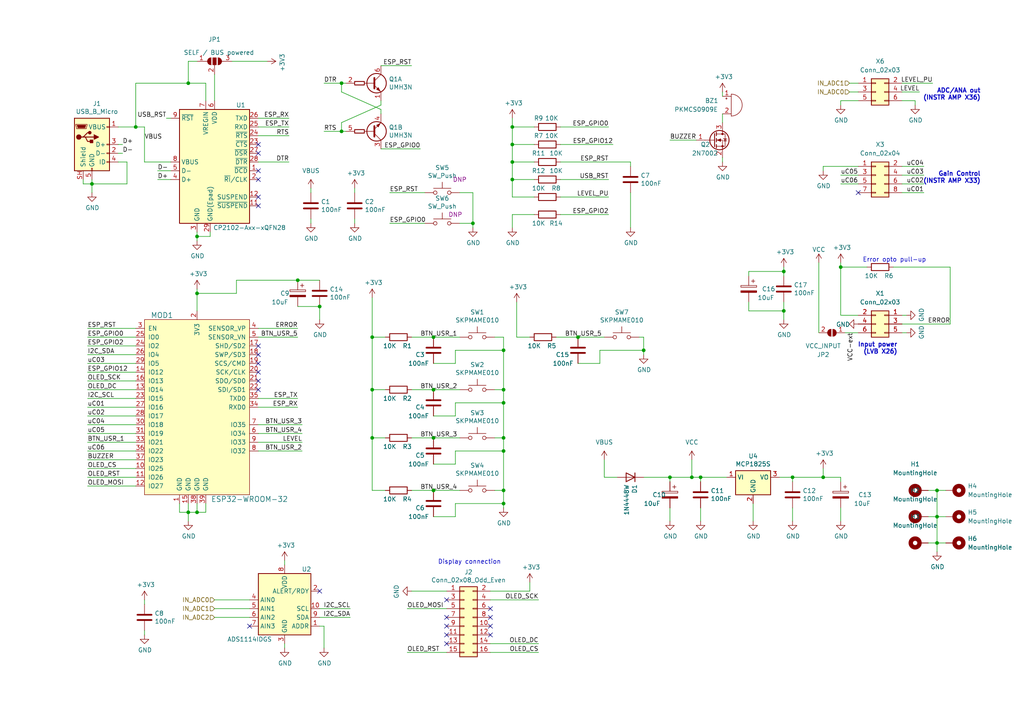
<source format=kicad_sch>
(kicad_sch (version 20211123) (generator eeschema)

  (uuid 60ff6322-62e2-4602-9bc0-7a0f0a5ecfbf)

  (paper "A4")

  

  (junction (at 107.95 97.79) (diameter 0) (color 0 0 0 0)
    (uuid 01640fbc-df19-4731-8c7e-f0206df31cb5)
  )
  (junction (at 86.36 81.28) (diameter 0) (color 0 0 0 0)
    (uuid 03e6a5ac-b562-4a91-acb3-f470adbe1f76)
  )
  (junction (at 271.78 149.86) (diameter 0) (color 0 0 0 0)
    (uuid 06247682-e63b-4f58-9982-8cc5ea0bfa1f)
  )
  (junction (at 167.64 97.79) (diameter 0) (color 0 0 0 0)
    (uuid 0b5e56c2-74b4-4f3b-971b-581bae97c652)
  )
  (junction (at 39.37 36.83) (diameter 0) (color 0 0 0 0)
    (uuid 12a24e86-2c38-4685-bba9-fff8dddb4cb0)
  )
  (junction (at 99.06 38.1) (diameter 0) (color 0 0 0 0)
    (uuid 180245d9-4a3f-4d1b-adcc-b4eafac722e0)
  )
  (junction (at 125.73 113.03) (diameter 0) (color 0 0 0 0)
    (uuid 1bfb1b1a-6079-412b-80ea-f4cc3a263d6f)
  )
  (junction (at 137.16 64.77) (diameter 0) (color 0 0 0 0)
    (uuid 1dfbf353-5b24-4c0f-8322-8fcd514ae75e)
  )
  (junction (at 26.67 53.34) (diameter 0) (color 0 0 0 0)
    (uuid 1f9ae101-c652-4998-a503-17aedf3d5746)
  )
  (junction (at 57.15 68.58) (diameter 0) (color 0 0 0 0)
    (uuid 36d783e7-096f-4c97-9672-7e08c083b87b)
  )
  (junction (at 99.06 24.13) (diameter 0) (color 0 0 0 0)
    (uuid 3c5e5ea9-793d-46e3-86bc-5884c4490dc7)
  )
  (junction (at 146.05 146.05) (diameter 0) (color 0 0 0 0)
    (uuid 3dc7c427-e5f7-45b6-9b78-d44441cb2cd4)
  )
  (junction (at 194.31 138.43) (diameter 0) (color 0 0 0 0)
    (uuid 42bcde0a-dc4d-47fe-b146-1fd3b876c584)
  )
  (junction (at 148.59 46.99) (diameter 0) (color 0 0 0 0)
    (uuid 4a54c707-7b6f-4a3d-a74d-5e3526114aba)
  )
  (junction (at 125.73 97.79) (diameter 0) (color 0 0 0 0)
    (uuid 4f294d48-de66-45bd-83d1-a4f60fb2a0c2)
  )
  (junction (at 243.84 77.47) (diameter 0) (color 0 0 0 0)
    (uuid 4f96ebad-bce0-4a4d-9c4a-24f31509b0a4)
  )
  (junction (at 227.33 90.17) (diameter 0) (color 0 0 0 0)
    (uuid 51ce53c6-1db6-49de-b8fe-efd681a4234a)
  )
  (junction (at 107.95 113.03) (diameter 0) (color 0 0 0 0)
    (uuid 5274bd4d-b3a6-421d-b926-4c46f9470e2f)
  )
  (junction (at 125.73 127) (diameter 0) (color 0 0 0 0)
    (uuid 58909626-c411-403a-969d-1d8865c1219c)
  )
  (junction (at 148.59 41.91) (diameter 0) (color 0 0 0 0)
    (uuid 60b393ef-b4cd-4d0d-b218-8e186321dab6)
  )
  (junction (at 54.61 24.13) (diameter 0) (color 0 0 0 0)
    (uuid 6298b17d-1371-40b7-97c8-a4a373d6325e)
  )
  (junction (at 227.33 78.74) (diameter 0) (color 0 0 0 0)
    (uuid 6671409d-cd16-4f6b-8442-801ad2934e52)
  )
  (junction (at 146.05 113.03) (diameter 0) (color 0 0 0 0)
    (uuid 68fdfae5-8943-4710-ad7d-348d2fdf7b79)
  )
  (junction (at 107.95 127) (diameter 0) (color 0 0 0 0)
    (uuid 7a8aa5f5-7463-41b0-8bf9-cafa61bf226c)
  )
  (junction (at 238.76 138.43) (diameter 0) (color 0 0 0 0)
    (uuid 7bea05d4-1dec-4cd6-aa53-302dde803254)
  )
  (junction (at 146.05 101.6) (diameter 0) (color 0 0 0 0)
    (uuid 7d7abbf0-e990-409b-a27f-6da5185b3886)
  )
  (junction (at 146.05 130.81) (diameter 0) (color 0 0 0 0)
    (uuid 81da9909-9778-4de7-b343-175c9db4675d)
  )
  (junction (at 148.59 36.83) (diameter 0) (color 0 0 0 0)
    (uuid 869d6302-ae22-478f-9723-3feacbb12eef)
  )
  (junction (at 54.61 148.59) (diameter 0) (color 0 0 0 0)
    (uuid 8bdea5f6-7a53-427a-92b8-fd15994c2e8c)
  )
  (junction (at 125.73 142.24) (diameter 0) (color 0 0 0 0)
    (uuid 90e35cda-49cc-4322-a075-051479032de3)
  )
  (junction (at 271.78 157.48) (diameter 0) (color 0 0 0 0)
    (uuid 99cf000f-9d19-4497-bf11-b67743740491)
  )
  (junction (at 146.05 127) (diameter 0) (color 0 0 0 0)
    (uuid 9cb4e056-3d41-4e5d-a5e3-7ea72564f03b)
  )
  (junction (at 186.69 101.6) (diameter 0) (color 0 0 0 0)
    (uuid 9ec0be17-3571-4cfd-83ca-c505602c3be6)
  )
  (junction (at 271.78 142.24) (diameter 0) (color 0 0 0 0)
    (uuid a05a7834-750d-4a18-8304-824742e986e6)
  )
  (junction (at 57.15 85.09) (diameter 0) (color 0 0 0 0)
    (uuid a5aedd37-46af-48af-8ae8-3785e245cc6e)
  )
  (junction (at 146.05 116.84) (diameter 0) (color 0 0 0 0)
    (uuid afa5d714-96d9-47f9-8d38-c592a7b78168)
  )
  (junction (at 148.59 52.07) (diameter 0) (color 0 0 0 0)
    (uuid b0720888-9b0a-494b-b5ed-b5bb634e1032)
  )
  (junction (at 146.05 142.24) (diameter 0) (color 0 0 0 0)
    (uuid b4e922d5-e9ae-4b96-b5bc-025ca63987dd)
  )
  (junction (at 229.87 138.43) (diameter 0) (color 0 0 0 0)
    (uuid de370984-7922-4327-a0ba-7cd613995df4)
  )
  (junction (at 203.2 138.43) (diameter 0) (color 0 0 0 0)
    (uuid e79c8e11-ed47-4701-ae80-a54cdb6682a5)
  )
  (junction (at 92.71 88.9) (diameter 0) (color 0 0 0 0)
    (uuid e94cdb40-163d-405e-b329-171a71a3c93d)
  )
  (junction (at 200.66 138.43) (diameter 0) (color 0 0 0 0)
    (uuid f4a1ab68-998b-43e3-aa33-40b58210bc99)
  )
  (junction (at 57.15 148.59) (diameter 0) (color 0 0 0 0)
    (uuid fa00d3f4-bb71-4b1d-aa40-ae9267e2c41f)
  )

  (no_connect (at 74.93 105.41) (uuid 083becc8-e25d-4206-9636-55457650bbe3))
  (no_connect (at 74.93 110.49) (uuid 10b74ec8-a945-4dff-9e89-049e2aee7861))
  (no_connect (at 74.93 41.91) (uuid 18c61c95-8af1-4986-b67e-c7af9c15ab6b))
  (no_connect (at 92.71 171.45) (uuid 247f29e8-e171-4803-927a-f3834e2cd1f3))
  (no_connect (at 142.24 179.07) (uuid 275b6416-db29-42cc-9307-bf426917c3b4))
  (no_connect (at 129.54 184.15) (uuid 29cbb0bc-f66b-4d11-80e7-5bb270e42496))
  (no_connect (at 142.24 176.53) (uuid 3c22d605-7855-4cc6-8ad2-906cadbd02dc))
  (no_connect (at 74.93 100.33) (uuid 3e3d55c8-e0ea-48fb-8421-a84b7cb7055b))
  (no_connect (at 74.93 44.45) (uuid 4e27930e-1827-4788-aa6b-487321d46602))
  (no_connect (at 74.93 59.69) (uuid 593b8647-0095-46cc-ba23-3cf2a86edb5e))
  (no_connect (at 74.93 57.15) (uuid 60aa0ce8-9d0e-48ca-bbf9-866403979e9b))
  (no_connect (at 74.93 102.87) (uuid 725cdf26-4b92-46db-bca9-10d930002dda))
  (no_connect (at 74.93 113.03) (uuid 79451892-db6b-4999-916d-6392174ee493))
  (no_connect (at 74.93 107.95) (uuid 7acd513a-187b-4936-9f93-2e521ce33ad5))
  (no_connect (at 74.93 49.53) (uuid 8cd050d6-228c-4da0-9533-b4f8d14cfb34))
  (no_connect (at 248.92 55.88) (uuid 8d066af3-56c2-49f2-80c2-5735fd07a0b4))
  (no_connect (at 142.24 181.61) (uuid 91fc5800-6029-46b1-848d-ca0091f97267))
  (no_connect (at 72.39 181.61) (uuid ac22db93-e727-4c57-90ff-022e6d7ff7f5))
  (no_connect (at 142.24 184.15) (uuid bb8162f0-99c8-4884-be5b-c0d0c7e81ff6))
  (no_connect (at 74.93 52.07) (uuid bde95c06-433a-4c03-bc48-e3abcdb4e054))
  (no_connect (at 129.54 179.07) (uuid c2dd13db-24b6-40f1-b75b-b9ab893d92ea))
  (no_connect (at 129.54 186.69) (uuid c401e9c6-1deb-4979-99be-7c801c952098))
  (no_connect (at 129.54 181.61) (uuid d1c19c11-0a13-4237-b6b4-fb2ef1db7c6d))
  (no_connect (at 129.54 173.99) (uuid df83f395-2d18-47e2-a370-952ca41c2b3a))

  (wire (pts (xy 261.62 48.26) (xy 267.97 48.26))
    (stroke (width 0) (type default) (color 0 0 0 0))
    (uuid 015af63e-dc2b-46b1-a32d-c2e3b8f44317)
  )
  (wire (pts (xy 229.87 147.32) (xy 229.87 151.13))
    (stroke (width 0) (type default) (color 0 0 0 0))
    (uuid 015f5586-ba76-4a98-9114-f5cd2c67134d)
  )
  (wire (pts (xy 167.64 97.79) (xy 175.26 97.79))
    (stroke (width 0) (type default) (color 0 0 0 0))
    (uuid 01a662f7-6cc5-4954-978c-538e90239add)
  )
  (wire (pts (xy 54.61 24.13) (xy 59.69 24.13))
    (stroke (width 0) (type default) (color 0 0 0 0))
    (uuid 0499d173-b579-4ab8-bc73-ea8ea6c4c700)
  )
  (wire (pts (xy 227.33 77.47) (xy 227.33 78.74))
    (stroke (width 0) (type default) (color 0 0 0 0))
    (uuid 0599d29b-9b82-4428-9c48-898c91f9af54)
  )
  (wire (pts (xy 217.17 78.74) (xy 217.17 80.01))
    (stroke (width 0) (type default) (color 0 0 0 0))
    (uuid 085f570a-c405-4fb1-9e0d-f6e50f432524)
  )
  (wire (pts (xy 68.58 81.28) (xy 86.36 81.28))
    (stroke (width 0) (type default) (color 0 0 0 0))
    (uuid 0904ac1a-aa6b-4164-8e23-8c17b0562eae)
  )
  (wire (pts (xy 57.15 68.58) (xy 57.15 67.31))
    (stroke (width 0) (type default) (color 0 0 0 0))
    (uuid 0a1a4d88-972a-46ce-b25e-6cb796bd41f7)
  )
  (wire (pts (xy 25.4 105.41) (xy 39.37 105.41))
    (stroke (width 0) (type default) (color 0 0 0 0))
    (uuid 0b9f21ed-3d41-4f23-ae45-74117a5f3153)
  )
  (wire (pts (xy 194.31 40.64) (xy 201.93 40.64))
    (stroke (width 0) (type default) (color 0 0 0 0))
    (uuid 0c254670-36cf-4fe3-ac41-e11e5f09a981)
  )
  (wire (pts (xy 203.2 138.43) (xy 210.82 138.43))
    (stroke (width 0) (type default) (color 0 0 0 0))
    (uuid 0c3c19de-317f-4c9d-8669-87659ab86d50)
  )
  (wire (pts (xy 107.95 113.03) (xy 107.95 127))
    (stroke (width 0) (type default) (color 0 0 0 0))
    (uuid 0dfb012a-26d7-4eba-ab1a-971bf4bc8671)
  )
  (wire (pts (xy 143.51 113.03) (xy 146.05 113.03))
    (stroke (width 0) (type default) (color 0 0 0 0))
    (uuid 10308f4d-322d-4ffc-af46-e623a283ea8b)
  )
  (wire (pts (xy 25.4 120.65) (xy 39.37 120.65))
    (stroke (width 0) (type default) (color 0 0 0 0))
    (uuid 10d8ad0e-6a08-4053-92aa-23a15910fd21)
  )
  (wire (pts (xy 243.84 91.44) (xy 243.84 77.47))
    (stroke (width 0) (type default) (color 0 0 0 0))
    (uuid 1180f33e-f224-4439-92e9-4a12a9c6cc68)
  )
  (wire (pts (xy 200.66 133.35) (xy 200.66 138.43))
    (stroke (width 0) (type default) (color 0 0 0 0))
    (uuid 12fa3c3f-3d14-451a-a6a8-884fd1b32fa7)
  )
  (wire (pts (xy 269.24 149.86) (xy 271.78 149.86))
    (stroke (width 0) (type default) (color 0 0 0 0))
    (uuid 158b10b5-4518-41cb-9154-c9cd6df1188d)
  )
  (wire (pts (xy 148.59 41.91) (xy 148.59 46.99))
    (stroke (width 0) (type default) (color 0 0 0 0))
    (uuid 15b0e923-529b-490e-8ba7-4f74a8e52c69)
  )
  (wire (pts (xy 125.73 127) (xy 133.35 127))
    (stroke (width 0) (type default) (color 0 0 0 0))
    (uuid 16442a35-06e5-486a-a1bf-a53e997d9a0f)
  )
  (wire (pts (xy 167.64 105.41) (xy 173.99 105.41))
    (stroke (width 0) (type default) (color 0 0 0 0))
    (uuid 1886a93c-7bc3-4c8a-8fef-a54a7a25cfa7)
  )
  (wire (pts (xy 62.23 176.53) (xy 72.39 176.53))
    (stroke (width 0) (type default) (color 0 0 0 0))
    (uuid 1a3896dc-e816-4c09-a57f-31e542bbd9ca)
  )
  (wire (pts (xy 186.69 102.87) (xy 186.69 101.6))
    (stroke (width 0) (type default) (color 0 0 0 0))
    (uuid 1aa35546-c260-44fd-916b-fbc941c9479d)
  )
  (wire (pts (xy 54.61 148.59) (xy 57.15 148.59))
    (stroke (width 0) (type default) (color 0 0 0 0))
    (uuid 1cb22080-0f59-4c18-a6e6-8685ef44ec53)
  )
  (wire (pts (xy 86.36 81.28) (xy 92.71 81.28))
    (stroke (width 0) (type default) (color 0 0 0 0))
    (uuid 1e7c4b37-f0dc-41f5-ad4a-34c06ae31b03)
  )
  (wire (pts (xy 100.33 24.13) (xy 99.06 24.13))
    (stroke (width 0) (type default) (color 0 0 0 0))
    (uuid 1fbb0219-551e-409b-a61b-76e8cebdfb9d)
  )
  (wire (pts (xy 68.58 81.28) (xy 68.58 85.09))
    (stroke (width 0) (type default) (color 0 0 0 0))
    (uuid 22236bec-4a4c-474c-8e18-3b9a0d884f03)
  )
  (wire (pts (xy 39.37 135.89) (xy 25.4 135.89))
    (stroke (width 0) (type default) (color 0 0 0 0))
    (uuid 22962957-1efd-404d-83db-5b233b6c15b0)
  )
  (wire (pts (xy 186.69 101.6) (xy 186.69 97.79))
    (stroke (width 0) (type default) (color 0 0 0 0))
    (uuid 2303f0ca-d89c-4397-886c-f4a3ed8b2ac2)
  )
  (wire (pts (xy 137.16 55.88) (xy 133.35 55.88))
    (stroke (width 0) (type default) (color 0 0 0 0))
    (uuid 269f19c3-6824-45a8-be29-fa58d70cbb42)
  )
  (wire (pts (xy 57.15 85.09) (xy 57.15 90.17))
    (stroke (width 0) (type default) (color 0 0 0 0))
    (uuid 27f4f09a-2e91-483d-9d43-b93c61785c52)
  )
  (wire (pts (xy 99.06 24.13) (xy 99.06 26.67))
    (stroke (width 0) (type default) (color 0 0 0 0))
    (uuid 28e37b45-f843-47c2-85c9-ca19f5430ece)
  )
  (wire (pts (xy 60.96 67.31) (xy 60.96 68.58))
    (stroke (width 0) (type default) (color 0 0 0 0))
    (uuid 29bb7297-26fb-4776-9266-2355d022bab0)
  )
  (wire (pts (xy 176.53 62.23) (xy 162.56 62.23))
    (stroke (width 0) (type default) (color 0 0 0 0))
    (uuid 2a1de22d-6451-488d-af77-0bf8841bd695)
  )
  (wire (pts (xy 92.71 88.9) (xy 92.71 92.71))
    (stroke (width 0) (type default) (color 0 0 0 0))
    (uuid 2a8c6d21-0f6f-4df3-b327-4e6eebb495be)
  )
  (wire (pts (xy 227.33 78.74) (xy 227.33 80.01))
    (stroke (width 0) (type default) (color 0 0 0 0))
    (uuid 2bca8664-e4d0-442d-b935-6dde2676186c)
  )
  (wire (pts (xy 217.17 87.63) (xy 217.17 90.17))
    (stroke (width 0) (type default) (color 0 0 0 0))
    (uuid 2c14e7aa-12f1-4138-bea3-66b4d9dff9b8)
  )
  (wire (pts (xy 25.4 123.19) (xy 39.37 123.19))
    (stroke (width 0) (type default) (color 0 0 0 0))
    (uuid 2cd5e95a-c3e2-4861-8cfc-23bebd747c31)
  )
  (wire (pts (xy 25.4 102.87) (xy 39.37 102.87))
    (stroke (width 0) (type default) (color 0 0 0 0))
    (uuid 2ea8fa6f-efc3-40fe-bcf9-05bfa46ead4f)
  )
  (wire (pts (xy 194.31 147.32) (xy 194.31 151.13))
    (stroke (width 0) (type default) (color 0 0 0 0))
    (uuid 2f424da3-8fae-4941-bc6d-20044787372f)
  )
  (wire (pts (xy 119.38 97.79) (xy 125.73 97.79))
    (stroke (width 0) (type default) (color 0 0 0 0))
    (uuid 2fe7c4aa-33bd-46c6-a02e-20bf7cb6875a)
  )
  (wire (pts (xy 62.23 21.59) (xy 62.23 29.21))
    (stroke (width 0) (type default) (color 0 0 0 0))
    (uuid 312cbb32-9571-49f3-9535-4901ee64b620)
  )
  (wire (pts (xy 82.55 186.69) (xy 82.55 187.96))
    (stroke (width 0) (type default) (color 0 0 0 0))
    (uuid 347562f5-b152-4e7b-8a69-40ca6daaaad4)
  )
  (wire (pts (xy 118.11 189.23) (xy 129.54 189.23))
    (stroke (width 0) (type default) (color 0 0 0 0))
    (uuid 355ced6c-c08a-4586-9a09-7a9c624536f6)
  )
  (wire (pts (xy 25.4 107.95) (xy 39.37 107.95))
    (stroke (width 0) (type default) (color 0 0 0 0))
    (uuid 35c6497a-18b9-491f-b131-e4297d8f96ca)
  )
  (wire (pts (xy 243.84 53.34) (xy 248.92 53.34))
    (stroke (width 0) (type default) (color 0 0 0 0))
    (uuid 35cc0305-9260-4d36-af70-8d262cfa0dc2)
  )
  (wire (pts (xy 34.29 46.99) (xy 36.83 46.99))
    (stroke (width 0) (type default) (color 0 0 0 0))
    (uuid 35ef9c4a-35f6-467b-a704-b1d9354880cf)
  )
  (wire (pts (xy 175.26 138.43) (xy 179.07 138.43))
    (stroke (width 0) (type default) (color 0 0 0 0))
    (uuid 36678768-a32e-4813-a9b3-64357dc54baa)
  )
  (wire (pts (xy 137.16 64.77) (xy 137.16 55.88))
    (stroke (width 0) (type default) (color 0 0 0 0))
    (uuid 38cfe839-c630-43d3-a9ec-6a89ba9e318a)
  )
  (wire (pts (xy 74.93 130.81) (xy 87.63 130.81))
    (stroke (width 0) (type default) (color 0 0 0 0))
    (uuid 3b05eff3-6c84-4618-90e0-0afab989aec9)
  )
  (wire (pts (xy 146.05 147.32) (xy 146.05 146.05))
    (stroke (width 0) (type default) (color 0 0 0 0))
    (uuid 3b753257-c6aa-48e2-8fbb-65e172254f49)
  )
  (wire (pts (xy 41.91 36.83) (xy 39.37 36.83))
    (stroke (width 0) (type default) (color 0 0 0 0))
    (uuid 3e0392c0-affc-4114-9de5-1f1cfe79418a)
  )
  (wire (pts (xy 118.11 176.53) (xy 129.54 176.53))
    (stroke (width 0) (type default) (color 0 0 0 0))
    (uuid 3ed2c840-383d-4cbd-bc3b-c4ea4c97b333)
  )
  (wire (pts (xy 146.05 146.05) (xy 146.05 142.24))
    (stroke (width 0) (type default) (color 0 0 0 0))
    (uuid 3ffe6a2d-e3b6-484a-acd4-401a37c287f6)
  )
  (wire (pts (xy 156.21 186.69) (xy 142.24 186.69))
    (stroke (width 0) (type default) (color 0 0 0 0))
    (uuid 4086cbd7-6ba7-4e63-8da9-17e60627ee17)
  )
  (wire (pts (xy 243.84 30.48) (xy 243.84 29.21))
    (stroke (width 0) (type default) (color 0 0 0 0))
    (uuid 41fd0096-953d-49a5-b7b1-c986c610c29b)
  )
  (wire (pts (xy 238.76 135.89) (xy 238.76 138.43))
    (stroke (width 0) (type default) (color 0 0 0 0))
    (uuid 42d3f9d6-2a47-41a8-b942-295fcb83bcd8)
  )
  (wire (pts (xy 162.56 46.99) (xy 182.88 46.99))
    (stroke (width 0) (type default) (color 0 0 0 0))
    (uuid 443bc73a-8dc0-4e2f-a292-a5eff00efa5b)
  )
  (wire (pts (xy 62.23 173.99) (xy 72.39 173.99))
    (stroke (width 0) (type default) (color 0 0 0 0))
    (uuid 4641c87c-bffa-41fe-ae77-be3a97a6f797)
  )
  (wire (pts (xy 243.84 151.13) (xy 243.84 147.32))
    (stroke (width 0) (type default) (color 0 0 0 0))
    (uuid 46cbe85d-ff47-428e-b187-4ebd50a66e0c)
  )
  (wire (pts (xy 25.4 118.11) (xy 39.37 118.11))
    (stroke (width 0) (type default) (color 0 0 0 0))
    (uuid 475ed8b3-90bf-48cd-bce5-d8f48b689541)
  )
  (wire (pts (xy 245.11 96.52) (xy 248.92 96.52))
    (stroke (width 0) (type default) (color 0 0 0 0))
    (uuid 489677ad-184d-4587-96cd-4d590757311e)
  )
  (wire (pts (xy 227.33 90.17) (xy 227.33 92.71))
    (stroke (width 0) (type default) (color 0 0 0 0))
    (uuid 4993a142-e774-4850-854f-e26af5f6153a)
  )
  (wire (pts (xy 107.95 113.03) (xy 111.76 113.03))
    (stroke (width 0) (type default) (color 0 0 0 0))
    (uuid 4a4949c5-b952-4a5d-99cd-15958bb1c0a7)
  )
  (wire (pts (xy 148.59 52.07) (xy 148.59 46.99))
    (stroke (width 0) (type default) (color 0 0 0 0))
    (uuid 4b1fce17-dec7-457e-ba3b-a77604e77dc9)
  )
  (wire (pts (xy 113.03 64.77) (xy 123.19 64.77))
    (stroke (width 0) (type default) (color 0 0 0 0))
    (uuid 4cafb73d-1ad8-4d24-acf7-63d78095ae46)
  )
  (wire (pts (xy 35.56 44.45) (xy 34.29 44.45))
    (stroke (width 0) (type default) (color 0 0 0 0))
    (uuid 4d4fecdd-be4a-47e9-9085-2268d5852d8f)
  )
  (wire (pts (xy 238.76 49.53) (xy 238.76 48.26))
    (stroke (width 0) (type default) (color 0 0 0 0))
    (uuid 4e20d7ba-c629-4b03-a4fa-1c53eed54d3d)
  )
  (wire (pts (xy 125.73 97.79) (xy 133.35 97.79))
    (stroke (width 0) (type default) (color 0 0 0 0))
    (uuid 4ed0a268-7cdd-4a80-9883-cf3ce5a7ce6b)
  )
  (wire (pts (xy 162.56 41.91) (xy 177.8 41.91))
    (stroke (width 0) (type default) (color 0 0 0 0))
    (uuid 4f852024-4528-4c29-b48d-f8741aff91c1)
  )
  (wire (pts (xy 132.08 105.41) (xy 132.08 101.6))
    (stroke (width 0) (type default) (color 0 0 0 0))
    (uuid 4fe2da4e-964c-447f-8a3a-aa5d0297d9fe)
  )
  (wire (pts (xy 57.15 85.09) (xy 68.58 85.09))
    (stroke (width 0) (type default) (color 0 0 0 0))
    (uuid 4fe48c78-c334-4b58-8387-fec141661466)
  )
  (wire (pts (xy 269.24 142.24) (xy 271.78 142.24))
    (stroke (width 0) (type default) (color 0 0 0 0))
    (uuid 507284db-988b-49b4-b378-aaf787319767)
  )
  (wire (pts (xy 218.44 146.05) (xy 218.44 151.13))
    (stroke (width 0) (type default) (color 0 0 0 0))
    (uuid 541721d1-074b-496e-a833-813044b3e8ca)
  )
  (wire (pts (xy 99.06 35.56) (xy 99.06 38.1))
    (stroke (width 0) (type default) (color 0 0 0 0))
    (uuid 54212c01-b363-47b8-a145-45c40df316f4)
  )
  (wire (pts (xy 137.16 66.04) (xy 137.16 64.77))
    (stroke (width 0) (type default) (color 0 0 0 0))
    (uuid 582622a2-fad4-4737-9a80-be9fffbba8ab)
  )
  (wire (pts (xy 133.35 64.77) (xy 137.16 64.77))
    (stroke (width 0) (type default) (color 0 0 0 0))
    (uuid 5889287d-b845-4684-b23e-663811b25d27)
  )
  (wire (pts (xy 74.93 95.25) (xy 86.36 95.25))
    (stroke (width 0) (type default) (color 0 0 0 0))
    (uuid 595be453-f7ae-43a4-98dc-9f4206218d14)
  )
  (wire (pts (xy 26.67 53.34) (xy 26.67 52.07))
    (stroke (width 0) (type default) (color 0 0 0 0))
    (uuid 5c30b9b4-3014-4f50-9329-27a539b67e01)
  )
  (wire (pts (xy 54.61 17.78) (xy 54.61 24.13))
    (stroke (width 0) (type default) (color 0 0 0 0))
    (uuid 5da50ad6-92c3-40ce-9ac7-6537cd607e43)
  )
  (wire (pts (xy 132.08 116.84) (xy 146.05 116.84))
    (stroke (width 0) (type default) (color 0 0 0 0))
    (uuid 5dd9331b-14fc-438b-bcc8-6318b45292c2)
  )
  (wire (pts (xy 25.4 138.43) (xy 39.37 138.43))
    (stroke (width 0) (type default) (color 0 0 0 0))
    (uuid 5f312b85-6822-40a3-b417-2df49696ca2d)
  )
  (wire (pts (xy 57.15 146.05) (xy 57.15 148.59))
    (stroke (width 0) (type default) (color 0 0 0 0))
    (uuid 5ff19d63-2cb4-438b-93c4-e66d37a05329)
  )
  (wire (pts (xy 57.15 148.59) (xy 59.69 148.59))
    (stroke (width 0) (type default) (color 0 0 0 0))
    (uuid 616287d9-a51f-498c-8b91-be46a0aa3a7f)
  )
  (wire (pts (xy 143.51 127) (xy 146.05 127))
    (stroke (width 0) (type default) (color 0 0 0 0))
    (uuid 62c54e83-debd-42e9-b6b0-aaa706a2ff13)
  )
  (wire (pts (xy 182.88 66.04) (xy 182.88 55.88))
    (stroke (width 0) (type default) (color 0 0 0 0))
    (uuid 633292d3-80c5-4986-be82-ce926e9f09f4)
  )
  (wire (pts (xy 59.69 148.59) (xy 59.69 146.05))
    (stroke (width 0) (type default) (color 0 0 0 0))
    (uuid 637f12be-fa48-4ce4-96b2-04c21a8795c8)
  )
  (wire (pts (xy 153.67 171.45) (xy 142.24 171.45))
    (stroke (width 0) (type default) (color 0 0 0 0))
    (uuid 63caf46e-0228-40de-b819-c6bd29dd1711)
  )
  (wire (pts (xy 39.37 24.13) (xy 39.37 36.83))
    (stroke (width 0) (type default) (color 0 0 0 0))
    (uuid 6513181c-0a6a-4560-9a18-17450c36ae2a)
  )
  (wire (pts (xy 146.05 101.6) (xy 146.05 113.03))
    (stroke (width 0) (type default) (color 0 0 0 0))
    (uuid 65388e2e-32ea-41d7-98a2-35744b85e784)
  )
  (wire (pts (xy 146.05 97.79) (xy 143.51 97.79))
    (stroke (width 0) (type default) (color 0 0 0 0))
    (uuid 673897c0-277a-4fdb-9be1-18d140fcfb9c)
  )
  (wire (pts (xy 246.38 24.13) (xy 248.92 24.13))
    (stroke (width 0) (type default) (color 0 0 0 0))
    (uuid 67a63d8e-5e42-4c12-826d-9f0cd0cfb517)
  )
  (wire (pts (xy 186.69 138.43) (xy 194.31 138.43))
    (stroke (width 0) (type default) (color 0 0 0 0))
    (uuid 68925b9d-74cf-4af8-ac09-0b2e07d90db1)
  )
  (wire (pts (xy 243.84 77.47) (xy 243.84 76.2))
    (stroke (width 0) (type default) (color 0 0 0 0))
    (uuid 6898ce2c-c7d0-4991-80fd-1bc9797ec472)
  )
  (wire (pts (xy 125.73 134.62) (xy 132.08 134.62))
    (stroke (width 0) (type default) (color 0 0 0 0))
    (uuid 6899b026-3b64-4037-bed1-640f04ac41d7)
  )
  (wire (pts (xy 175.26 133.35) (xy 175.26 138.43))
    (stroke (width 0) (type default) (color 0 0 0 0))
    (uuid 68aa4259-2640-4681-87b7-defe905bc278)
  )
  (wire (pts (xy 148.59 34.29) (xy 148.59 36.83))
    (stroke (width 0) (type default) (color 0 0 0 0))
    (uuid 691af561-538d-4e8f-a916-26cad45eb7d6)
  )
  (wire (pts (xy 176.53 52.07) (xy 162.56 52.07))
    (stroke (width 0) (type default) (color 0 0 0 0))
    (uuid 6ac3ab53-7523-4805-bfd2-5de19dff127e)
  )
  (wire (pts (xy 146.05 130.81) (xy 146.05 142.24))
    (stroke (width 0) (type default) (color 0 0 0 0))
    (uuid 6d4ab6f9-b483-459e-b7b7-7b2e8fa44480)
  )
  (wire (pts (xy 39.37 97.79) (xy 25.4 97.79))
    (stroke (width 0) (type default) (color 0 0 0 0))
    (uuid 6f580eb1-88cc-489d-a7ca-9efa5e590715)
  )
  (wire (pts (xy 125.73 120.65) (xy 132.08 120.65))
    (stroke (width 0) (type default) (color 0 0 0 0))
    (uuid 6f81f3f4-fc1e-4be8-92d7-32713d46998c)
  )
  (wire (pts (xy 54.61 148.59) (xy 54.61 151.13))
    (stroke (width 0) (type default) (color 0 0 0 0))
    (uuid 701e1517-e8cf-46f4-b538-98e721c97380)
  )
  (wire (pts (xy 92.71 181.61) (xy 93.98 181.61))
    (stroke (width 0) (type default) (color 0 0 0 0))
    (uuid 70d34adf-9bd8-469e-8c77-5c0d7adf511e)
  )
  (wire (pts (xy 49.53 52.07) (xy 45.72 52.07))
    (stroke (width 0) (type default) (color 0 0 0 0))
    (uuid 71c6e723-673c-45a9-a0e4-9742220c52a3)
  )
  (wire (pts (xy 119.38 171.45) (xy 129.54 171.45))
    (stroke (width 0) (type default) (color 0 0 0 0))
    (uuid 7233cb6b-d8fd-4fcd-9b4f-8b0ed19b1b12)
  )
  (wire (pts (xy 209.55 33.02) (xy 209.55 35.56))
    (stroke (width 0) (type default) (color 0 0 0 0))
    (uuid 73abb1c8-dae6-4fcd-9035-3cd634208c53)
  )
  (wire (pts (xy 41.91 184.15) (xy 41.91 182.88))
    (stroke (width 0) (type default) (color 0 0 0 0))
    (uuid 73fbe87f-3928-49c2-bf87-839d907c6aef)
  )
  (wire (pts (xy 261.62 93.98) (xy 275.59 93.98))
    (stroke (width 0) (type default) (color 0 0 0 0))
    (uuid 747a6a4c-4641-4b0c-9c0e-f5fe21c8d40b)
  )
  (wire (pts (xy 237.49 76.2) (xy 237.49 96.52))
    (stroke (width 0) (type default) (color 0 0 0 0))
    (uuid 74bb6dcf-0765-4cd7-be56-d63c5caf22b6)
  )
  (wire (pts (xy 86.36 118.11) (xy 74.93 118.11))
    (stroke (width 0) (type default) (color 0 0 0 0))
    (uuid 76afa8e0-9b3a-439d-843c-ad039d3b6354)
  )
  (wire (pts (xy 39.37 24.13) (xy 54.61 24.13))
    (stroke (width 0) (type default) (color 0 0 0 0))
    (uuid 7a4c9148-cc21-409c-a0e4-84d9c4ff88c0)
  )
  (wire (pts (xy 83.82 34.29) (xy 74.93 34.29))
    (stroke (width 0) (type default) (color 0 0 0 0))
    (uuid 7a74c4b1-6243-4a12-85a2-bc41d346e7aa)
  )
  (wire (pts (xy 271.78 149.86) (xy 274.32 149.86))
    (stroke (width 0) (type default) (color 0 0 0 0))
    (uuid 7b2bd544-5fe1-4aa3-bb1a-bc78194a3769)
  )
  (wire (pts (xy 25.4 110.49) (xy 39.37 110.49))
    (stroke (width 0) (type default) (color 0 0 0 0))
    (uuid 7b766787-7689-40b8-9ef5-c0b1af45a9ae)
  )
  (wire (pts (xy 269.24 157.48) (xy 271.78 157.48))
    (stroke (width 0) (type default) (color 0 0 0 0))
    (uuid 7bf45091-9dc2-4d0e-ad54-9469dcd93e24)
  )
  (wire (pts (xy 110.49 29.21) (xy 110.49 30.48))
    (stroke (width 0) (type default) (color 0 0 0 0))
    (uuid 7bfba61b-6752-4a45-9ee6-5984dcb15041)
  )
  (wire (pts (xy 25.4 130.81) (xy 39.37 130.81))
    (stroke (width 0) (type default) (color 0 0 0 0))
    (uuid 7c3789d2-16d5-44bc-866d-b664353827d4)
  )
  (wire (pts (xy 148.59 36.83) (xy 154.94 36.83))
    (stroke (width 0) (type default) (color 0 0 0 0))
    (uuid 7ce7415d-7c22-49f6-8215-488853ccc8c6)
  )
  (wire (pts (xy 83.82 39.37) (xy 74.93 39.37))
    (stroke (width 0) (type default) (color 0 0 0 0))
    (uuid 7d76d925-f900-42af-a03f-bb32d2381b09)
  )
  (wire (pts (xy 132.08 120.65) (xy 132.08 116.84))
    (stroke (width 0) (type default) (color 0 0 0 0))
    (uuid 7efd7141-906b-4fe6-aaef-96cb49e701cc)
  )
  (wire (pts (xy 92.71 176.53) (xy 101.6 176.53))
    (stroke (width 0) (type default) (color 0 0 0 0))
    (uuid 7f9683c1-2203-43df-8fa1-719a0dc360df)
  )
  (wire (pts (xy 35.56 41.91) (xy 34.29 41.91))
    (stroke (width 0) (type default) (color 0 0 0 0))
    (uuid 8458d41c-5d62-455d-b6e1-9f718c0faac9)
  )
  (wire (pts (xy 146.05 116.84) (xy 146.05 127))
    (stroke (width 0) (type default) (color 0 0 0 0))
    (uuid 859bdde2-aade-4f27-b25e-30e0efbe49ff)
  )
  (wire (pts (xy 99.06 26.67) (xy 110.49 31.75))
    (stroke (width 0) (type default) (color 0 0 0 0))
    (uuid 88610282-a92d-4c3d-917a-ea95d59e0759)
  )
  (wire (pts (xy 24.13 52.07) (xy 24.13 53.34))
    (stroke (width 0) (type default) (color 0 0 0 0))
    (uuid 88cb65f4-7e9e-44eb-8692-3b6e2e788a94)
  )
  (wire (pts (xy 107.95 86.36) (xy 107.95 97.79))
    (stroke (width 0) (type default) (color 0 0 0 0))
    (uuid 88f27ee3-c89c-40d1-b8eb-c5f74feeffa4)
  )
  (wire (pts (xy 265.43 30.48) (xy 265.43 29.21))
    (stroke (width 0) (type default) (color 0 0 0 0))
    (uuid 8aad3d29-2740-4fa0-b6af-1a1329d465f6)
  )
  (wire (pts (xy 153.67 168.91) (xy 153.67 171.45))
    (stroke (width 0) (type default) (color 0 0 0 0))
    (uuid 8aff0f38-92a8-45ec-b106-b185e93ca3fd)
  )
  (wire (pts (xy 57.15 83.82) (xy 57.15 85.09))
    (stroke (width 0) (type default) (color 0 0 0 0))
    (uuid 8b7bbefd-8f78-41f8-809c-2534a5de3b39)
  )
  (wire (pts (xy 107.95 97.79) (xy 107.95 113.03))
    (stroke (width 0) (type default) (color 0 0 0 0))
    (uuid 8dae6da0-3ed8-49b1-b05d-de10f136f162)
  )
  (wire (pts (xy 209.55 26.67) (xy 209.55 27.94))
    (stroke (width 0) (type default) (color 0 0 0 0))
    (uuid 8ee96512-3f68-4bae-801d-8d5a52f9e457)
  )
  (wire (pts (xy 161.29 97.79) (xy 167.64 97.79))
    (stroke (width 0) (type default) (color 0 0 0 0))
    (uuid 901aa07d-6cfe-4a24-bca8-c21fbb117c43)
  )
  (wire (pts (xy 227.33 87.63) (xy 227.33 90.17))
    (stroke (width 0) (type default) (color 0 0 0 0))
    (uuid 9145d79d-9e96-4713-96c4-d2ce315674c6)
  )
  (wire (pts (xy 148.59 57.15) (xy 154.94 57.15))
    (stroke (width 0) (type default) (color 0 0 0 0))
    (uuid 91c5fd05-0f35-4f45-9e22-190c715a42fa)
  )
  (wire (pts (xy 119.38 19.05) (xy 110.49 19.05))
    (stroke (width 0) (type default) (color 0 0 0 0))
    (uuid 92035a88-6c95-4a61-bd8a-cb8dd9e5018a)
  )
  (wire (pts (xy 261.62 29.21) (xy 265.43 29.21))
    (stroke (width 0) (type default) (color 0 0 0 0))
    (uuid 92cbddca-47cc-432e-84d9-921c2a617f95)
  )
  (wire (pts (xy 217.17 90.17) (xy 227.33 90.17))
    (stroke (width 0) (type default) (color 0 0 0 0))
    (uuid 94437452-056d-4f3f-bfbe-9eaf41c9f059)
  )
  (wire (pts (xy 86.36 115.57) (xy 74.93 115.57))
    (stroke (width 0) (type default) (color 0 0 0 0))
    (uuid 946404ba-9297-43ec-9d67-30184041145f)
  )
  (wire (pts (xy 271.78 157.48) (xy 274.32 157.48))
    (stroke (width 0) (type default) (color 0 0 0 0))
    (uuid 94909248-3fad-4ce1-8127-29c7227c74f9)
  )
  (wire (pts (xy 25.4 115.57) (xy 39.37 115.57))
    (stroke (width 0) (type default) (color 0 0 0 0))
    (uuid 9529c01f-e1cd-40be-b7f0-83780a544249)
  )
  (wire (pts (xy 102.87 54.61) (xy 102.87 55.88))
    (stroke (width 0) (type default) (color 0 0 0 0))
    (uuid 955cc99e-a129-42cf-abc7-aa99813fdb5f)
  )
  (wire (pts (xy 74.93 97.79) (xy 86.36 97.79))
    (stroke (width 0) (type default) (color 0 0 0 0))
    (uuid 967fc0bc-597e-401a-8ec4-8208a7728694)
  )
  (wire (pts (xy 132.08 134.62) (xy 132.08 130.81))
    (stroke (width 0) (type default) (color 0 0 0 0))
    (uuid 96adee0c-9b19-4da3-8aa4-1495eac0131b)
  )
  (wire (pts (xy 238.76 48.26) (xy 248.92 48.26))
    (stroke (width 0) (type default) (color 0 0 0 0))
    (uuid 973193ec-8f37-49e2-8624-764e3d728c0c)
  )
  (wire (pts (xy 125.73 149.86) (xy 132.08 149.86))
    (stroke (width 0) (type default) (color 0 0 0 0))
    (uuid 973e2a42-89e8-4f6b-8a85-136ec32ee787)
  )
  (wire (pts (xy 54.61 17.78) (xy 57.15 17.78))
    (stroke (width 0) (type default) (color 0 0 0 0))
    (uuid 9782ef92-ead2-4e46-b14d-da048e48b7dd)
  )
  (wire (pts (xy 110.49 31.75) (xy 110.49 33.02))
    (stroke (width 0) (type default) (color 0 0 0 0))
    (uuid 98914cc3-56fe-40bb-820a-3d157225c145)
  )
  (wire (pts (xy 87.63 128.27) (xy 74.93 128.27))
    (stroke (width 0) (type default) (color 0 0 0 0))
    (uuid 99186658-0361-40ba-ae93-62f23c5622e6)
  )
  (wire (pts (xy 100.33 38.1) (xy 99.06 38.1))
    (stroke (width 0) (type default) (color 0 0 0 0))
    (uuid 99332785-d9f1-4363-9377-26ddc18e6d2c)
  )
  (wire (pts (xy 110.49 30.48) (xy 99.06 35.56))
    (stroke (width 0) (type default) (color 0 0 0 0))
    (uuid 99dfa524-0366-4808-b4e8-328fc38e8656)
  )
  (wire (pts (xy 148.59 57.15) (xy 148.59 52.07))
    (stroke (width 0) (type default) (color 0 0 0 0))
    (uuid 9a31fc37-8908-41af-be46-b67258512f21)
  )
  (wire (pts (xy 243.84 29.21) (xy 248.92 29.21))
    (stroke (width 0) (type default) (color 0 0 0 0))
    (uuid 9b6994e6-c40e-498d-ac9f-887afe9ad4a8)
  )
  (wire (pts (xy 99.06 24.13) (xy 93.98 24.13))
    (stroke (width 0) (type default) (color 0 0 0 0))
    (uuid 9dcdc92b-2219-4a4a-8954-45f02cc3ab25)
  )
  (wire (pts (xy 271.78 142.24) (xy 271.78 149.86))
    (stroke (width 0) (type default) (color 0 0 0 0))
    (uuid 9f792bb0-4ce8-4ef6-b3c5-49aa1bcfd23b)
  )
  (wire (pts (xy 185.42 97.79) (xy 186.69 97.79))
    (stroke (width 0) (type default) (color 0 0 0 0))
    (uuid a078bdaf-7ad4-4663-aaa6-7ef9460f6c57)
  )
  (wire (pts (xy 271.78 157.48) (xy 271.78 160.02))
    (stroke (width 0) (type default) (color 0 0 0 0))
    (uuid a26ecf8d-5199-4a2f-b088-cc87a53cc5b7)
  )
  (wire (pts (xy 143.51 142.24) (xy 146.05 142.24))
    (stroke (width 0) (type default) (color 0 0 0 0))
    (uuid a44cdec3-db25-4afd-a8ae-a736db47a9ab)
  )
  (wire (pts (xy 238.76 138.43) (xy 243.84 138.43))
    (stroke (width 0) (type default) (color 0 0 0 0))
    (uuid a5362821-c161-4c7a-a00c-40e1d7472d56)
  )
  (wire (pts (xy 54.61 146.05) (xy 54.61 148.59))
    (stroke (width 0) (type default) (color 0 0 0 0))
    (uuid a599509f-fbb9-4db4-9adf-9e96bab1138d)
  )
  (wire (pts (xy 82.55 162.56) (xy 82.55 163.83))
    (stroke (width 0) (type default) (color 0 0 0 0))
    (uuid a64aeb89-c24a-493b-9aab-87a6be930bde)
  )
  (wire (pts (xy 261.62 26.67) (xy 266.7 26.67))
    (stroke (width 0) (type default) (color 0 0 0 0))
    (uuid a6c90766-c5b7-4475-93b4-c1810fa2a1fb)
  )
  (wire (pts (xy 39.37 100.33) (xy 25.4 100.33))
    (stroke (width 0) (type default) (color 0 0 0 0))
    (uuid a76a574b-1cac-43eb-81e6-0e2e278cea39)
  )
  (wire (pts (xy 86.36 88.9) (xy 92.71 88.9))
    (stroke (width 0) (type default) (color 0 0 0 0))
    (uuid a7b5511b-61ec-459a-8110-aca80e1a7bae)
  )
  (wire (pts (xy 36.83 53.34) (xy 26.67 53.34))
    (stroke (width 0) (type default) (color 0 0 0 0))
    (uuid a7f25f41-0b4c-4430-b6cd-b2160b2db099)
  )
  (wire (pts (xy 156.21 173.99) (xy 142.24 173.99))
    (stroke (width 0) (type default) (color 0 0 0 0))
    (uuid a7fc0812-140f-4d96-9cd8-ead8c1c610b1)
  )
  (wire (pts (xy 227.33 78.74) (xy 217.17 78.74))
    (stroke (width 0) (type default) (color 0 0 0 0))
    (uuid a7fdef50-08c5-46b0-af04-edaff218e6d7)
  )
  (wire (pts (xy 25.4 128.27) (xy 39.37 128.27))
    (stroke (width 0) (type default) (color 0 0 0 0))
    (uuid a8895680-35f2-4d63-8411-7d3e53eea38c)
  )
  (wire (pts (xy 125.73 142.24) (xy 133.35 142.24))
    (stroke (width 0) (type default) (color 0 0 0 0))
    (uuid a92b273a-9d1e-4ec1-9b4f-75f4223ef71c)
  )
  (wire (pts (xy 203.2 138.43) (xy 200.66 138.43))
    (stroke (width 0) (type default) (color 0 0 0 0))
    (uuid aa047297-22f8-4de0-a969-0b3451b8e164)
  )
  (wire (pts (xy 48.26 34.29) (xy 49.53 34.29))
    (stroke (width 0) (type default) (color 0 0 0 0))
    (uuid aa1c6f47-cbd4-4cbd-8265-e5ac08b7ffc8)
  )
  (wire (pts (xy 203.2 139.7) (xy 203.2 138.43))
    (stroke (width 0) (type default) (color 0 0 0 0))
    (uuid ab8b0540-9c9f-4195-88f5-7bed0b0a8ed6)
  )
  (wire (pts (xy 119.38 127) (xy 125.73 127))
    (stroke (width 0) (type default) (color 0 0 0 0))
    (uuid abfb1de5-d0bd-428b-bcb8-a663cdb38afb)
  )
  (wire (pts (xy 271.78 142.24) (xy 274.32 142.24))
    (stroke (width 0) (type default) (color 0 0 0 0))
    (uuid ad447990-ceaf-4223-9235-c1212b591979)
  )
  (wire (pts (xy 25.4 133.35) (xy 39.37 133.35))
    (stroke (width 0) (type default) (color 0 0 0 0))
    (uuid af186015-d283-4209-aade-a247e5de01df)
  )
  (wire (pts (xy 119.38 113.03) (xy 125.73 113.03))
    (stroke (width 0) (type default) (color 0 0 0 0))
    (uuid af5e760d-76de-426f-819c-4955a7241bd1)
  )
  (wire (pts (xy 229.87 138.43) (xy 238.76 138.43))
    (stroke (width 0) (type default) (color 0 0 0 0))
    (uuid b0b4c3cb-e7ea-49c0-8162-be3bbab3e4ec)
  )
  (wire (pts (xy 39.37 95.25) (xy 25.4 95.25))
    (stroke (width 0) (type default) (color 0 0 0 0))
    (uuid b13e8448-bf35-4ec0-9c70-3f2250718cc2)
  )
  (wire (pts (xy 90.17 54.61) (xy 90.17 55.88))
    (stroke (width 0) (type default) (color 0 0 0 0))
    (uuid b284f609-dc7e-49cd-a56e-df0cd19c4a61)
  )
  (wire (pts (xy 41.91 36.83) (xy 41.91 46.99))
    (stroke (width 0) (type default) (color 0 0 0 0))
    (uuid b4833916-7a3e-4498-86fb-ec6d13262ffe)
  )
  (wire (pts (xy 261.62 96.52) (xy 262.89 96.52))
    (stroke (width 0) (type default) (color 0 0 0 0))
    (uuid b5ca430a-e13d-4d7d-be71-0ff638b3b46d)
  )
  (wire (pts (xy 243.84 138.43) (xy 243.84 139.7))
    (stroke (width 0) (type default) (color 0 0 0 0))
    (uuid b794d099-f823-4d35-9755-ca1c45247ee9)
  )
  (wire (pts (xy 194.31 138.43) (xy 194.31 139.7))
    (stroke (width 0) (type default) (color 0 0 0 0))
    (uuid b7d06af4-a5b1-447f-9b1a-8b44eb1cc204)
  )
  (wire (pts (xy 36.83 46.99) (xy 36.83 53.34))
    (stroke (width 0) (type default) (color 0 0 0 0))
    (uuid b8b961e9-8a60-45fc-999a-a7a3baff4e0d)
  )
  (wire (pts (xy 39.37 140.97) (xy 25.4 140.97))
    (stroke (width 0) (type default) (color 0 0 0 0))
    (uuid bd085057-7c0e-463a-982b-968a2dc1f0f8)
  )
  (wire (pts (xy 275.59 77.47) (xy 259.08 77.47))
    (stroke (width 0) (type default) (color 0 0 0 0))
    (uuid bd19905a-c686-45c9-a5c3-1a26b1b34b21)
  )
  (wire (pts (xy 25.4 125.73) (xy 39.37 125.73))
    (stroke (width 0) (type default) (color 0 0 0 0))
    (uuid bd2d50c7-611d-4b1c-b23d-4699a6fd4f08)
  )
  (wire (pts (xy 132.08 101.6) (xy 146.05 101.6))
    (stroke (width 0) (type default) (color 0 0 0 0))
    (uuid bda69d40-0583-4572-8bf6-8d3c9ce5fd61)
  )
  (wire (pts (xy 173.99 105.41) (xy 173.99 101.6))
    (stroke (width 0) (type default) (color 0 0 0 0))
    (uuid be0ad481-40c5-4e96-a8af-132bf1c3b0d5)
  )
  (wire (pts (xy 123.19 55.88) (xy 113.03 55.88))
    (stroke (width 0) (type default) (color 0 0 0 0))
    (uuid be4b72db-0e02-4d9b-844a-aff689b4e648)
  )
  (wire (pts (xy 162.56 57.15) (xy 176.53 57.15))
    (stroke (width 0) (type default) (color 0 0 0 0))
    (uuid bf6aa18c-14e8-45af-9518-7efe1ac8851a)
  )
  (wire (pts (xy 148.59 36.83) (xy 148.59 41.91))
    (stroke (width 0) (type default) (color 0 0 0 0))
    (uuid c1bac86f-cbf6-4c5b-b60d-c26fa73d9c09)
  )
  (wire (pts (xy 261.62 53.34) (xy 267.97 53.34))
    (stroke (width 0) (type default) (color 0 0 0 0))
    (uuid c71e3f9a-34b4-468b-aa9d-043c2a044b2b)
  )
  (wire (pts (xy 121.92 43.18) (xy 110.49 43.18))
    (stroke (width 0) (type default) (color 0 0 0 0))
    (uuid c8b6b273-3d20-4a46-8069-f6d608563604)
  )
  (wire (pts (xy 173.99 101.6) (xy 186.69 101.6))
    (stroke (width 0) (type default) (color 0 0 0 0))
    (uuid c8e61f9d-88c3-473c-b8d0-563725f7ae15)
  )
  (wire (pts (xy 275.59 93.98) (xy 275.59 77.47))
    (stroke (width 0) (type default) (color 0 0 0 0))
    (uuid c94ad1b3-7b2b-4997-af2b-4d21d16a3344)
  )
  (wire (pts (xy 132.08 130.81) (xy 146.05 130.81))
    (stroke (width 0) (type default) (color 0 0 0 0))
    (uuid c9d19072-5224-4dbc-b6fc-aa87fa250bf6)
  )
  (wire (pts (xy 246.38 26.67) (xy 248.92 26.67))
    (stroke (width 0) (type default) (color 0 0 0 0))
    (uuid ca6cf766-397d-4c7d-bcf2-35d009e27539)
  )
  (wire (pts (xy 107.95 127) (xy 111.76 127))
    (stroke (width 0) (type default) (color 0 0 0 0))
    (uuid ca870bee-a3e3-46f6-bbdf-4e5eec62a3a4)
  )
  (wire (pts (xy 93.98 181.61) (xy 93.98 187.96))
    (stroke (width 0) (type default) (color 0 0 0 0))
    (uuid cb083d38-4f11-4a80-8b19-ab751c405e4a)
  )
  (wire (pts (xy 60.96 68.58) (xy 57.15 68.58))
    (stroke (width 0) (type default) (color 0 0 0 0))
    (uuid cb6062da-8dcd-4826-92fd-4071e9e97213)
  )
  (wire (pts (xy 52.07 146.05) (xy 52.07 148.59))
    (stroke (width 0) (type default) (color 0 0 0 0))
    (uuid cbebc05a-c4dd-4baf-8c08-196e84e08b27)
  )
  (wire (pts (xy 41.91 46.99) (xy 49.53 46.99))
    (stroke (width 0) (type default) (color 0 0 0 0))
    (uuid cc48dd41-7768-48d3-b096-2c4cc2126c9d)
  )
  (wire (pts (xy 261.62 50.8) (xy 267.97 50.8))
    (stroke (width 0) (type default) (color 0 0 0 0))
    (uuid ce20a56b-3504-4bfc-bbf1-cd076f8d7ec4)
  )
  (wire (pts (xy 132.08 149.86) (xy 132.08 146.05))
    (stroke (width 0) (type default) (color 0 0 0 0))
    (uuid cedfb0d8-0e1d-44e0-bf51-3a997c386416)
  )
  (wire (pts (xy 90.17 64.77) (xy 90.17 63.5))
    (stroke (width 0) (type default) (color 0 0 0 0))
    (uuid cf815d51-c956-4c5a-adde-c373cb025b07)
  )
  (wire (pts (xy 203.2 147.32) (xy 203.2 151.13))
    (stroke (width 0) (type default) (color 0 0 0 0))
    (uuid d05faa1f-5f69-41bf-86d3-2cd224432e1b)
  )
  (wire (pts (xy 74.93 123.19) (xy 87.63 123.19))
    (stroke (width 0) (type default) (color 0 0 0 0))
    (uuid d08fd13f-c408-4e07-9227-7522c6d194c6)
  )
  (wire (pts (xy 156.21 189.23) (xy 142.24 189.23))
    (stroke (width 0) (type default) (color 0 0 0 0))
    (uuid d1cd5391-31d2-459f-8adb-4ae3f304a833)
  )
  (wire (pts (xy 149.86 87.63) (xy 149.86 97.79))
    (stroke (width 0) (type default) (color 0 0 0 0))
    (uuid d2389119-bcaa-41f0-ab35-6e53b3c8f60b)
  )
  (wire (pts (xy 146.05 113.03) (xy 146.05 116.84))
    (stroke (width 0) (type default) (color 0 0 0 0))
    (uuid d2b3e86c-a168-4b9e-b4da-74a05b5661cb)
  )
  (wire (pts (xy 146.05 97.79) (xy 146.05 101.6))
    (stroke (width 0) (type default) (color 0 0 0 0))
    (uuid d34243d2-838c-4657-8d81-1ea81850238f)
  )
  (wire (pts (xy 125.73 105.41) (xy 132.08 105.41))
    (stroke (width 0) (type default) (color 0 0 0 0))
    (uuid d3f25603-fa42-4d77-bf3c-eacea8b3b61e)
  )
  (wire (pts (xy 154.94 52.07) (xy 148.59 52.07))
    (stroke (width 0) (type default) (color 0 0 0 0))
    (uuid d66d3c12-11ce-4566-9a45-962e329503d8)
  )
  (wire (pts (xy 154.94 62.23) (xy 148.59 62.23))
    (stroke (width 0) (type default) (color 0 0 0 0))
    (uuid d7e5a060-eb57-4238-9312-26bc885fc97d)
  )
  (wire (pts (xy 176.53 36.83) (xy 162.56 36.83))
    (stroke (width 0) (type default) (color 0 0 0 0))
    (uuid da6f4122-0ecc-496f-b0fd-e4abef534976)
  )
  (wire (pts (xy 92.71 179.07) (xy 101.6 179.07))
    (stroke (width 0) (type default) (color 0 0 0 0))
    (uuid dc1d84c8-33da-4489-be8e-2a1de3001779)
  )
  (wire (pts (xy 102.87 64.77) (xy 102.87 63.5))
    (stroke (width 0) (type default) (color 0 0 0 0))
    (uuid dca1d7db-c913-4d73-a2cc-fdc9651eda69)
  )
  (wire (pts (xy 243.84 77.47) (xy 251.46 77.47))
    (stroke (width 0) (type default) (color 0 0 0 0))
    (uuid dcc860e8-90e2-456f-8b51-ac2ae1569a34)
  )
  (wire (pts (xy 41.91 173.99) (xy 41.91 175.26))
    (stroke (width 0) (type default) (color 0 0 0 0))
    (uuid dd334895-c8ff-4719-bac4-c0b289bb5899)
  )
  (wire (pts (xy 107.95 97.79) (xy 111.76 97.79))
    (stroke (width 0) (type default) (color 0 0 0 0))
    (uuid dd60adf4-8c2a-45e9-a71d-d51785824df5)
  )
  (wire (pts (xy 271.78 149.86) (xy 271.78 157.48))
    (stroke (width 0) (type default) (color 0 0 0 0))
    (uuid dd9cbeb2-c48c-47e3-b40e-fe2c60b95cdd)
  )
  (wire (pts (xy 39.37 113.03) (xy 25.4 113.03))
    (stroke (width 0) (type default) (color 0 0 0 0))
    (uuid df2a6036-7274-4398-9365-148b6ddab90d)
  )
  (wire (pts (xy 226.06 138.43) (xy 229.87 138.43))
    (stroke (width 0) (type default) (color 0 0 0 0))
    (uuid df3dc9a2-ba40-4c3a-87fe-61cc8e23d71b)
  )
  (wire (pts (xy 107.95 142.24) (xy 111.76 142.24))
    (stroke (width 0) (type default) (color 0 0 0 0))
    (uuid df6ae1db-8737-479d-983f-d15b6f8c104e)
  )
  (wire (pts (xy 45.72 49.53) (xy 49.53 49.53))
    (stroke (width 0) (type default) (color 0 0 0 0))
    (uuid e091e263-c616-48ef-a460-465c70218987)
  )
  (wire (pts (xy 74.93 125.73) (xy 87.63 125.73))
    (stroke (width 0) (type default) (color 0 0 0 0))
    (uuid e0f8a8b3-01a5-4653-9a26-a797ba54f127)
  )
  (wire (pts (xy 148.59 41.91) (xy 154.94 41.91))
    (stroke (width 0) (type default) (color 0 0 0 0))
    (uuid e1065dd6-51a6-427f-ad1e-b52bfd33cd3b)
  )
  (wire (pts (xy 154.94 46.99) (xy 148.59 46.99))
    (stroke (width 0) (type default) (color 0 0 0 0))
    (uuid e1b88aa4-d887-4eea-83ff-5c009f4390c4)
  )
  (wire (pts (xy 119.38 142.24) (xy 125.73 142.24))
    (stroke (width 0) (type default) (color 0 0 0 0))
    (uuid e255923d-d537-44d8-8e90-1f9f919c0762)
  )
  (wire (pts (xy 24.13 53.34) (xy 26.67 53.34))
    (stroke (width 0) (type default) (color 0 0 0 0))
    (uuid e5b328f6-dc69-4905-ae98-2dc3200a51d6)
  )
  (wire (pts (xy 132.08 146.05) (xy 146.05 146.05))
    (stroke (width 0) (type default) (color 0 0 0 0))
    (uuid e6852cd4-490c-4316-a097-f73a975e9cf6)
  )
  (wire (pts (xy 200.66 138.43) (xy 194.31 138.43))
    (stroke (width 0) (type default) (color 0 0 0 0))
    (uuid e76ec524-408a-4daa-89f6-0edfdbcfb621)
  )
  (wire (pts (xy 229.87 138.43) (xy 229.87 139.7))
    (stroke (width 0) (type default) (color 0 0 0 0))
    (uuid e87a6f80-914f-4f62-9c9f-9ba62a88ee3d)
  )
  (wire (pts (xy 182.88 48.26) (xy 182.88 46.99))
    (stroke (width 0) (type default) (color 0 0 0 0))
    (uuid eac8d865-0226-4958-b547-6b5592f39713)
  )
  (wire (pts (xy 57.15 69.85) (xy 57.15 68.58))
    (stroke (width 0) (type default) (color 0 0 0 0))
    (uuid eb8d02e9-145c-465d-b6a8-bae84d47a94b)
  )
  (wire (pts (xy 261.62 55.88) (xy 267.97 55.88))
    (stroke (width 0) (type default) (color 0 0 0 0))
    (uuid eb8e0f98-93ea-432d-be13-5cfbd108721d)
  )
  (wire (pts (xy 261.62 24.13) (xy 270.51 24.13))
    (stroke (width 0) (type default) (color 0 0 0 0))
    (uuid ebfae705-98bc-48e8-949b-e23067f99f06)
  )
  (wire (pts (xy 125.73 113.03) (xy 133.35 113.03))
    (stroke (width 0) (type default) (color 0 0 0 0))
    (uuid ed30588e-09d1-4b51-9a3b-925acd62bd56)
  )
  (wire (pts (xy 83.82 46.99) (xy 74.93 46.99))
    (stroke (width 0) (type default) (color 0 0 0 0))
    (uuid ed8a7f02-cf05-41d0-97b4-4388ef205e73)
  )
  (wire (pts (xy 149.86 97.79) (xy 153.67 97.79))
    (stroke (width 0) (type default) (color 0 0 0 0))
    (uuid ee0671bb-ed39-46fd-be29-4e8b62f0e3a7)
  )
  (wire (pts (xy 248.92 91.44) (xy 243.84 91.44))
    (stroke (width 0) (type default) (color 0 0 0 0))
    (uuid eeee06f1-b1d6-4a0a-9afb-bc6f990265ed)
  )
  (wire (pts (xy 261.62 91.44) (xy 262.89 91.44))
    (stroke (width 0) (type default) (color 0 0 0 0))
    (uuid efbd3197-cbc9-408a-a2b5-e8292a952aae)
  )
  (wire (pts (xy 243.84 50.8) (xy 248.92 50.8))
    (stroke (width 0) (type default) (color 0 0 0 0))
    (uuid f13ed0e3-bcc2-442c-acf9-ffb4781e6a28)
  )
  (wire (pts (xy 148.59 66.04) (xy 148.59 62.23))
    (stroke (width 0) (type default) (color 0 0 0 0))
    (uuid f19c9655-8ddb-411a-96dd-bd986870c3c6)
  )
  (wire (pts (xy 83.82 36.83) (xy 74.93 36.83))
    (stroke (width 0) (type default) (color 0 0 0 0))
    (uuid f1e619ac-5067-41df-8384-776ec70a6093)
  )
  (wire (pts (xy 67.31 17.78) (xy 77.47 17.78))
    (stroke (width 0) (type default) (color 0 0 0 0))
    (uuid f2395e7d-13bb-4216-b296-b3485535b653)
  )
  (wire (pts (xy 39.37 36.83) (xy 34.29 36.83))
    (stroke (width 0) (type default) (color 0 0 0 0))
    (uuid f357ddb5-3f44-43b0-b00d-d64f5c62ba4a)
  )
  (wire (pts (xy 107.95 127) (xy 107.95 142.24))
    (stroke (width 0) (type default) (color 0 0 0 0))
    (uuid f5401df8-f920-41b6-b9db-4b502f92d4ac)
  )
  (wire (pts (xy 209.55 45.72) (xy 209.55 46.99))
    (stroke (width 0) (type default) (color 0 0 0 0))
    (uuid f70bd6f2-5ec4-47b5-9836-0e4b30651ad6)
  )
  (wire (pts (xy 59.69 29.21) (xy 59.69 24.13))
    (stroke (width 0) (type default) (color 0 0 0 0))
    (uuid f73b5500-6337-4860-a114-6e307f65ec9f)
  )
  (wire (pts (xy 52.07 148.59) (xy 54.61 148.59))
    (stroke (width 0) (type default) (color 0 0 0 0))
    (uuid f7447e92-4293-41c4-be3f-69b30aad1f17)
  )
  (wire (pts (xy 99.06 38.1) (xy 93.98 38.1))
    (stroke (width 0) (type default) (color 0 0 0 0))
    (uuid f8f3a9fc-1e34-4573-a767-508104e8d242)
  )
  (wire (pts (xy 146.05 127) (xy 146.05 130.81))
    (stroke (width 0) (type default) (color 0 0 0 0))
    (uuid fa4fc05a-3269-4ac8-bf1f-b68cc511f05c)
  )
  (wire (pts (xy 26.67 55.88) (xy 26.67 53.34))
    (stroke (width 0) (type default) (color 0 0 0 0))
    (uuid faa1812c-fdf3-47ae-9cf4-ae06a263bfbd)
  )
  (wire (pts (xy 62.23 179.07) (xy 72.39 179.07))
    (stroke (width 0) (type default) (color 0 0 0 0))
    (uuid fd394069-d66e-441b-bad3-abc99761d396)
  )

  (text "Gain Control\n(INSTR AMP X33)" (at 284.48 53.34 180)
    (effects (font (size 1.27 1.27) (thickness 0.254) bold) (justify right bottom))
    (uuid 417c3e2d-592d-482a-b184-8446324291b7)
  )
  (text "Display connection" (at 127 163.83 0)
    (effects (font (size 1.27 1.27)) (justify left bottom))
    (uuid 4cc0e615-05a0-4f42-a208-4011ba8ef841)
  )
  (text "Input power\n(LVB X26)" (at 260.35 102.87 180)
    (effects (font (size 1.27 1.27) bold) (justify right bottom))
    (uuid 6ca24676-ce8e-44c3-ab32-ddb162a64e90)
  )
  (text "ADC/ANA out\n(INSTR AMP X36)" (at 284.48 29.21 180)
    (effects (font (size 1.27 1.27) bold) (justify right bottom))
    (uuid af9be534-0d70-4f22-9155-be5f684dddef)
  )
  (text "Error opto pull-up" (at 250.19 76.2 0)
    (effects (font (size 1.27 1.27)) (justify left bottom))
    (uuid c2b2b704-f962-44de-862d-833e730de321)
  )

  (label "RTS" (at 83.82 39.37 180)
    (effects (font (size 1.27 1.27)) (justify right bottom))
    (uuid 011ee658-718d-416a-85fd-961729cd1ee5)
  )
  (label "BTN_USR_2" (at 87.63 130.81 180)
    (effects (font (size 1.27 1.27)) (justify right bottom))
    (uuid 020ed8f1-fcae-4944-82b2-99565f8e5013)
  )
  (label "OLED_DC" (at 25.4 113.03 0)
    (effects (font (size 1.27 1.27)) (justify left bottom))
    (uuid 0554bea0-89b2-4e25-9ea3-4c73921c94cb)
  )
  (label "BTN_USR_4" (at 87.63 125.73 180)
    (effects (font (size 1.27 1.27)) (justify right bottom))
    (uuid 0e33579d-0a4d-404a-a517-80ae10729832)
  )
  (label "uC01" (at 25.4 118.11 0)
    (effects (font (size 1.27 1.27)) (justify left bottom))
    (uuid 0f334c1f-ec3c-4c16-ae10-81bf575ca934)
  )
  (label "ESP_RST" (at 176.53 46.99 180)
    (effects (font (size 1.27 1.27)) (justify right bottom))
    (uuid 18d11f32-e1a6-4f29-8e3c-0bfeb07299bd)
  )
  (label "VBUS" (at 41.91 40.64 0)
    (effects (font (size 1.27 1.27)) (justify left bottom))
    (uuid 1cc5480b-56b7-4379-98e2-ccafc88911a7)
  )
  (label "VCC-ext" (at 247.65 96.52 270)
    (effects (font (size 1.27 1.27)) (justify right bottom))
    (uuid 1d8d8585-446d-4039-aecb-c23a18e6ed63)
  )
  (label "uC03" (at 267.97 50.8 180)
    (effects (font (size 1.27 1.27)) (justify right bottom))
    (uuid 2240ce69-f027-4c85-93ea-ed7b156f6993)
  )
  (label "LEVEL_PU" (at 176.53 57.15 180)
    (effects (font (size 1.27 1.27)) (justify right bottom))
    (uuid 22a290e3-58c4-4aae-b185-93fd6b844074)
  )
  (label "BUZZER" (at 194.31 40.64 0)
    (effects (font (size 1.27 1.27)) (justify left bottom))
    (uuid 25c39c19-5ede-4e52-9e7b-7151669c08e8)
  )
  (label "OLED_SCK" (at 156.21 173.99 180)
    (effects (font (size 1.27 1.27)) (justify right bottom))
    (uuid 26bc8641-9bca-4204-9709-deedbe202a36)
  )
  (label "ESP_RST" (at 113.03 55.88 0)
    (effects (font (size 1.27 1.27)) (justify left bottom))
    (uuid 283c990c-ae5a-4e41-a3ad-b40ca29fe90e)
  )
  (label "OLED_MOSI" (at 25.4 140.97 0)
    (effects (font (size 1.27 1.27)) (justify left bottom))
    (uuid 29126f72-63f7-4275-8b12-6b96a71c6f17)
  )
  (label "BTN_USR_5" (at 163.83 97.79 0)
    (effects (font (size 1.27 1.27)) (justify left bottom))
    (uuid 2e6a8d0d-25c0-449b-81e8-501055f54e42)
  )
  (label "BTN_USR_1" (at 121.92 97.79 0)
    (effects (font (size 1.27 1.27)) (justify left bottom))
    (uuid 2fd2ad9e-975b-4166-a58a-ed154dc08630)
  )
  (label "D-" (at 35.56 44.45 0)
    (effects (font (size 1.27 1.27)) (justify left bottom))
    (uuid 3326423d-8df7-4a7e-a354-349430b8fbd7)
  )
  (label "ESP_TX" (at 86.36 115.57 180)
    (effects (font (size 1.27 1.27)) (justify right bottom))
    (uuid 337e8520-cbd2-42c0-8d17-743bab17cbbd)
  )
  (label "LEVEL" (at 266.7 26.67 180)
    (effects (font (size 1.27 1.27)) (justify right bottom))
    (uuid 378fa221-3605-4078-83a9-9549f8285ee4)
  )
  (label "LEVEL" (at 87.63 128.27 180)
    (effects (font (size 1.27 1.27)) (justify right bottom))
    (uuid 38a5dcc8-2b8f-4500-8bf2-917ca10e2180)
  )
  (label "BTN_USR_3" (at 121.92 127 0)
    (effects (font (size 1.27 1.27)) (justify left bottom))
    (uuid 3977437d-4b3f-4fa2-a3b4-4d1ce9a70931)
  )
  (label "OLED_CS" (at 156.21 189.23 180)
    (effects (font (size 1.27 1.27)) (justify right bottom))
    (uuid 465137b4-f6f7-4d51-9b40-b161947d5cc1)
  )
  (label "uC05" (at 25.4 125.73 0)
    (effects (font (size 1.27 1.27)) (justify left bottom))
    (uuid 47374d71-1f2a-4dbd-904a-d475e1c85513)
  )
  (label "ESP_GPIO0" (at 113.03 64.77 0)
    (effects (font (size 1.27 1.27)) (justify left bottom))
    (uuid 49575217-40b0-4890-8acf-12982cca52b5)
  )
  (label "uC02" (at 267.97 53.34 180)
    (effects (font (size 1.27 1.27)) (justify right bottom))
    (uuid 4e7ceabf-cb23-46bf-8171-07001206e6ec)
  )
  (label "D+" (at 35.56 41.91 0)
    (effects (font (size 1.27 1.27)) (justify left bottom))
    (uuid 4ec618ae-096f-4256-9328-005ee04f13d6)
  )
  (label "uC04" (at 267.97 48.26 180)
    (effects (font (size 1.27 1.27)) (justify right bottom))
    (uuid 545c8cde-a8b9-4ff3-9445-3f70b363f4c8)
  )
  (label "ESP_GPIO12" (at 177.8 41.91 180)
    (effects (font (size 1.27 1.27)) (justify right bottom))
    (uuid 578f9d7c-89d6-4b7f-a4c9-dc009ec363fa)
  )
  (label "uC03" (at 25.4 105.41 0)
    (effects (font (size 1.27 1.27)) (justify left bottom))
    (uuid 5b34deac-7117-4925-aa32-2c9fe86d51d5)
  )
  (label "I2C_SCL" (at 25.4 115.57 0)
    (effects (font (size 1.27 1.27)) (justify left bottom))
    (uuid 5c7d6eaf-f256-4349-8203-d2e836872231)
  )
  (label "ESP_GPIO0" (at 121.92 43.18 180)
    (effects (font (size 1.27 1.27)) (justify right bottom))
    (uuid 5d9921f1-08b3-4cc9-8cf7-e9a72ca2fdb7)
  )
  (label "OLED_MOSI" (at 118.11 176.53 0)
    (effects (font (size 1.27 1.27)) (justify left bottom))
    (uuid 653a86ba-a1ae-4175-9d4c-c788087956d0)
  )
  (label "OLED_RST" (at 118.11 189.23 0)
    (effects (font (size 1.27 1.27)) (justify left bottom))
    (uuid 6a0919c2-460c-4229-b872-14e318e1ba8b)
  )
  (label "ESP_GPIO2" (at 176.53 62.23 180)
    (effects (font (size 1.27 1.27)) (justify right bottom))
    (uuid 6afc19cf-38b4-47a3-bc2b-445b18724310)
  )
  (label "BTN_USR_3" (at 87.63 123.19 180)
    (effects (font (size 1.27 1.27)) (justify right bottom))
    (uuid 701d2187-5007-4c56-b7a8-4e8a90c5fd36)
  )
  (label "DTR" (at 83.82 46.99 180)
    (effects (font (size 1.27 1.27)) (justify right bottom))
    (uuid 72508b1f-1505-46cb-9d37-2081c5a12aca)
  )
  (label "RTS" (at 93.98 38.1 0)
    (effects (font (size 1.27 1.27)) (justify left bottom))
    (uuid 79770cd5-32d7-429a-8248-0d9e6212231a)
  )
  (label "uC02" (at 25.4 120.65 0)
    (effects (font (size 1.27 1.27)) (justify left bottom))
    (uuid 7cae0cb2-ad60-4aaf-926b-9d1e6844b458)
  )
  (label "uC04" (at 25.4 123.19 0)
    (effects (font (size 1.27 1.27)) (justify left bottom))
    (uuid 7e208e4c-9a83-4806-9113-e15bf80b7753)
  )
  (label "ESP_RX" (at 83.82 34.29 180)
    (effects (font (size 1.27 1.27)) (justify right bottom))
    (uuid 802c2dc3-ca9f-491e-9d66-7893e89ac34c)
  )
  (label "OLED_CS" (at 25.4 135.89 0)
    (effects (font (size 1.27 1.27)) (justify left bottom))
    (uuid 88606262-3ac5-44a1-aacc-18b26cf4d396)
  )
  (label "ESP_GPIO2" (at 25.4 100.33 0)
    (effects (font (size 1.27 1.27)) (justify left bottom))
    (uuid 89a8e170-a222-41c0-b545-c9f4c5604011)
  )
  (label "OLED_RST" (at 25.4 138.43 0)
    (effects (font (size 1.27 1.27)) (justify left bottom))
    (uuid 8d063f79-9282-4820-bcf4-1ff3c006cf08)
  )
  (label "D+" (at 45.72 52.07 0)
    (effects (font (size 1.27 1.27)) (justify left bottom))
    (uuid 8de2d84c-ff45-4d4f-bc49-c166f6ae6b91)
  )
  (label "BTN_USR_4" (at 121.92 142.24 0)
    (effects (font (size 1.27 1.27)) (justify left bottom))
    (uuid 8fd0eaec-75ce-4293-847d-d5bfb9cb9e79)
  )
  (label "D-" (at 45.72 49.53 0)
    (effects (font (size 1.27 1.27)) (justify left bottom))
    (uuid 935057d5-6882-4c15-9a35-54677912ba12)
  )
  (label "uC06" (at 243.84 53.34 0)
    (effects (font (size 1.27 1.27)) (justify left bottom))
    (uuid 941e8558-46ac-48af-9e69-74768ca1d5fd)
  )
  (label "BTN_USR_2" (at 121.92 113.03 0)
    (effects (font (size 1.27 1.27)) (justify left bottom))
    (uuid 96ba32c1-20dc-4b1a-9a6b-cec039b6257e)
  )
  (label "OLED_SCK" (at 25.4 110.49 0)
    (effects (font (size 1.27 1.27)) (justify left bottom))
    (uuid 9da1ace0-4181-4f12-80f8-16786a9e5c07)
  )
  (label "ERROR" (at 86.36 95.25 180)
    (effects (font (size 1.27 1.27)) (justify right bottom))
    (uuid 9de1d690-dfca-4b6f-a53b-edd989d8aa4c)
  )
  (label "BTN_USR_5" (at 86.36 97.79 180)
    (effects (font (size 1.27 1.27)) (justify right bottom))
    (uuid 9e9b20c8-2f44-4525-bd94-fcc15083b915)
  )
  (label "uC05" (at 243.84 50.8 0)
    (effects (font (size 1.27 1.27)) (justify left bottom))
    (uuid a197421d-c0c6-4c88-bf7c-acf4968d34a4)
  )
  (label "LEVEL_PU" (at 270.51 24.13 180)
    (effects (font (size 1.27 1.27)) (justify right bottom))
    (uuid a7915572-7aa2-485b-8b53-f58893132880)
  )
  (label "USB_RST" (at 176.53 52.07 180)
    (effects (font (size 1.27 1.27)) (justify right bottom))
    (uuid a90361cd-254c-4d27-ae1f-9a6c85bafe28)
  )
  (label "USB_RST" (at 48.26 34.29 180)
    (effects (font (size 1.27 1.27)) (justify right bottom))
    (uuid a92f3b72-ed6d-4d99-9da6-35771bec3c77)
  )
  (label "BTN_USR_1" (at 25.4 128.27 0)
    (effects (font (size 1.27 1.27)) (justify left bottom))
    (uuid ad702d16-6423-4be7-ba5b-d07fa87f87c9)
  )
  (label "I2C_SDA" (at 101.6 179.07 180)
    (effects (font (size 1.27 1.27)) (justify right bottom))
    (uuid b0054ce1-b60e-41de-a6a2-bf712784dd39)
  )
  (label "ESP_GPIO12" (at 25.4 107.95 0)
    (effects (font (size 1.27 1.27)) (justify left bottom))
    (uuid b7306b65-dd45-471f-82d4-20204ec12229)
  )
  (label "I2C_SCL" (at 101.6 176.53 180)
    (effects (font (size 1.27 1.27)) (justify right bottom))
    (uuid c8ab8246-b2bb-4b06-b45e-2548482466fd)
  )
  (label "ERROR" (at 275.59 93.98 180)
    (effects (font (size 1.27 1.27)) (justify right bottom))
    (uuid cf900bf1-eef6-4ea6-b1e1-76ef07f4cb22)
  )
  (label "uC01" (at 267.97 55.88 180)
    (effects (font (size 1.27 1.27)) (justify right bottom))
    (uuid d4d70d15-ce8b-46b5-a9ef-c267d09a21ba)
  )
  (label "OLED_DC" (at 156.21 186.69 180)
    (effects (font (size 1.27 1.27)) (justify right bottom))
    (uuid d8200a86-aa75-47a3-ad2a-7f4c9c999a6f)
  )
  (label "BUZZER" (at 25.4 133.35 0)
    (effects (font (size 1.27 1.27)) (justify left bottom))
    (uuid da546d77-4b03-4562-8fc6-837fd68e7691)
  )
  (label "ESP_RST" (at 119.38 19.05 180)
    (effects (font (size 1.27 1.27)) (justify right bottom))
    (uuid dae72997-44fc-4275-b36f-cd70bf46cfba)
  )
  (label "ESP_RX" (at 86.36 118.11 180)
    (effects (font (size 1.27 1.27)) (justify right bottom))
    (uuid e0c7ddff-8c90-465f-be62-21fb49b059fa)
  )
  (label "I2C_SDA" (at 25.4 102.87 0)
    (effects (font (size 1.27 1.27)) (justify left bottom))
    (uuid e2fac877-439c-4da0-af2e-5fdc70f85d42)
  )
  (label "DTR" (at 93.98 24.13 0)
    (effects (font (size 1.27 1.27)) (justify left bottom))
    (uuid e4e20505-1208-4100-a4aa-676f50844c06)
  )
  (label "uC06" (at 25.4 130.81 0)
    (effects (font (size 1.27 1.27)) (justify left bottom))
    (uuid ed38d178-4d6e-4525-97fa-7bf1f0caaf1b)
  )
  (label "ESP_TX" (at 83.82 36.83 180)
    (effects (font (size 1.27 1.27)) (justify right bottom))
    (uuid eed466bf-cd88-4860-9abf-41a594ca08bd)
  )
  (label "ESP_RST" (at 25.4 95.25 0)
    (effects (font (size 1.27 1.27)) (justify left bottom))
    (uuid f0ff5d1c-5481-4958-b844-4f68a17d4166)
  )
  (label "ESP_GPIO0" (at 176.53 36.83 180)
    (effects (font (size 1.27 1.27)) (justify right bottom))
    (uuid f1782535-55f4-4299-bd4f-6f51b0b7259c)
  )
  (label "ESP_GPIO0" (at 25.4 97.79 0)
    (effects (font (size 1.27 1.27)) (justify left bottom))
    (uuid fdc60c06-30fa-4dfb-96b4-809b755999e1)
  )

  (hierarchical_label "IN_ADC1" (shape input) (at 62.23 176.53 180)
    (effects (font (size 1.27 1.27)) (justify right))
    (uuid 307e338d-00d0-43e5-b78a-0f3db993cd24)
  )
  (hierarchical_label "IN_ADC0" (shape input) (at 62.23 173.99 180)
    (effects (font (size 1.27 1.27)) (justify right))
    (uuid 5d49e9a6-41dd-4072-adde-ef1036c1979b)
  )
  (hierarchical_label "IN_ADC1" (shape input) (at 246.38 24.13 180)
    (effects (font (size 1.27 1.27)) (justify right))
    (uuid 706d48d3-dd9e-4df3-b216-8184f4a7da44)
  )
  (hierarchical_label "IN_ADC0" (shape input) (at 246.38 26.67 180)
    (effects (font (size 1.27 1.27)) (justify right))
    (uuid d8df3888-3dc1-423d-824b-c2afadcd786a)
  )
  (hierarchical_label "IN_ADC2" (shape input) (at 62.23 179.07 180)
    (effects (font (size 1.27 1.27)) (justify right))
    (uuid ede13543-bff9-44a1-9ad7-8de025fa7832)
  )

  (symbol (lib_id "dk_RF-Transceiver-Modules:ESP32-WROOM-32") (at 52.07 92.71 0) (unit 1)
    (in_bom yes) (on_board yes)
    (uuid 00000000-0000-0000-0000-000060c7d848)
    (property "Reference" "MOD1" (id 0) (at 46.99 91.44 0)
      (effects (font (size 1.524 1.524)))
    )
    (property "Value" "ESP32-WROOM-32" (id 1) (at 72.39 144.78 0)
      (effects (font (size 1.524 1.524)))
    )
    (property "Footprint" "RF_Module:ESP32-WROOM-32" (id 2) (at 57.15 87.63 0)
      (effects (font (size 1.524 1.524)) (justify left) hide)
    )
    (property "Datasheet" "https://www.espressif.com/sites/default/files/documentation/esp32-wroom-32_datasheet_en.pdf" (id 3) (at 57.15 85.09 0)
      (effects (font (size 1.524 1.524)) (justify left) hide)
    )
    (property "Digi-Key_PN" "1904-1010-1-ND" (id 4) (at 57.15 82.55 0)
      (effects (font (size 1.524 1.524)) (justify left) hide)
    )
    (property "MPN" "ESP32-WROOM-32" (id 5) (at 57.15 80.01 0)
      (effects (font (size 1.524 1.524)) (justify left) hide)
    )
    (property "Category" "RF/IF and RFID" (id 6) (at 57.15 77.47 0)
      (effects (font (size 1.524 1.524)) (justify left) hide)
    )
    (property "Family" "RF Transceiver Modules" (id 7) (at 57.15 74.93 0)
      (effects (font (size 1.524 1.524)) (justify left) hide)
    )
    (property "Description" "SMD MODULE, ESP32-D0WDQ6, 32MBIT" (id 10) (at 57.15 67.31 0)
      (effects (font (size 1.524 1.524)) (justify left) hide)
    )
    (property "Manufacturer" "Espressif Systems" (id 11) (at 57.15 64.77 0)
      (effects (font (size 1.524 1.524)) (justify left) hide)
    )
    (property "Status" "Active" (id 12) (at 57.15 62.23 0)
      (effects (font (size 1.524 1.524)) (justify left) hide)
    )
    (pin "1" (uuid 8b82b171-43a7-41be-8774-5367587e4769))
    (pin "10" (uuid b4cb041b-95ce-4b42-bf0b-e5afa0e16941))
    (pin "11" (uuid db3c3152-99a3-4915-ad8c-57e1c8ab887c))
    (pin "12" (uuid 6b4f1e2f-e047-48b4-ba19-d4d6bcbff164))
    (pin "13" (uuid d976ef94-fa01-4c00-8202-108fbcf572a1))
    (pin "14" (uuid a92cbd7b-4e11-4c4a-ac80-3e9df6e322c6))
    (pin "15" (uuid 8d58703b-9a60-41cd-bee0-26c159bcfa52))
    (pin "16" (uuid b3640748-5a58-401c-a698-b5c23fa8aae3))
    (pin "17" (uuid fc91271c-6b7e-4a02-bca9-c2eb90446192))
    (pin "18" (uuid 9a4e02d7-4302-42d3-ab24-8c79912daaa9))
    (pin "19" (uuid 1328d75a-2533-4acd-8563-00b5d0f1dd9b))
    (pin "2" (uuid 7518b2c5-7e0b-4f42-92e9-33ba5e150ae2))
    (pin "20" (uuid 84159df1-2a43-4894-9f71-67dad2a59905))
    (pin "21" (uuid 0820861b-f8fd-40ae-9114-4ca2a69580f3))
    (pin "22" (uuid aa5327e4-4a85-4ff9-8b18-1088cb17351c))
    (pin "23" (uuid cd6bf396-eb8a-41d9-bd2d-77e62889cbd1))
    (pin "24" (uuid e0f014c6-37c5-4ffe-8057-728dba230699))
    (pin "25" (uuid 04eddb5d-34c2-46cf-a0b2-bd0f72462701))
    (pin "26" (uuid 279d3587-a577-4b71-87f4-b30df0497f5a))
    (pin "27" (uuid d53efbe9-9c42-41fd-a616-a8f6624f1830))
    (pin "28" (uuid 57677c25-184f-4244-b271-b321dc6cc561))
    (pin "29" (uuid 5401b886-fb63-47fa-b75f-2dab4e1a2b09))
    (pin "3" (uuid 04603258-ac65-42cb-85f4-e2e803cd260b))
    (pin "30" (uuid 68537c83-5eb7-48a3-8f0d-8157769f70ed))
    (pin "31" (uuid 4d94155c-74f4-4271-afa9-71cf986c4d61))
    (pin "32" (uuid 7463ca87-7d28-4317-ab27-d967872035a7))
    (pin "33" (uuid 3b09fa88-2f7a-4c19-9ad0-a0802116a481))
    (pin "34" (uuid d7ca5a95-140e-44c5-b68f-969334629f33))
    (pin "35" (uuid e6368879-26f7-43dd-8e47-b1d313351708))
    (pin "36" (uuid 04fb7d39-c2f8-4199-9b11-f144d6af7afb))
    (pin "37" (uuid 58a9b5e6-0bf7-4300-b2f6-7416da7a2eab))
    (pin "38" (uuid 645af00f-5f31-406b-a361-463bfedae4ee))
    (pin "39" (uuid 87d8dbbd-305f-423b-b14e-29ed9151a00b))
    (pin "4" (uuid a5b19a6b-3560-480a-9e20-4fca60fe79d8))
    (pin "5" (uuid a26de2b9-0192-45f7-aa1b-67fe1b2f7143))
    (pin "6" (uuid 67ea8d4e-cb14-4921-9c1a-d262a5071770))
    (pin "7" (uuid ae0cec6e-037f-4f9f-89a8-1e0402674b5b))
    (pin "8" (uuid 2ba55134-707a-4d2d-8863-f61287ef43fa))
    (pin "9" (uuid c27357dd-c789-43f8-8d9b-d92947dec194))
  )

  (symbol (lib_id "Interface_USB:CP2102-Axx-xQFN28") (at 62.23 62.23 0) (unit 1)
    (in_bom yes) (on_board yes)
    (uuid 00000000-0000-0000-0000-000060c7d84e)
    (property "Reference" "U1" (id 0) (at 69.85 30.48 0))
    (property "Value" "CP2102-Axx-xQFN28" (id 1) (at 72.39 66.04 0))
    (property "Footprint" "Package_DFN_QFN:QFN-28-1EP_5x5mm_P0.5mm_EP3.35x3.35mm" (id 2) (at 63.5 16.51 0)
      (effects (font (size 1.27 1.27)) hide)
    )
    (property "Datasheet" "https://www.silabs.com/documents/public/data-sheets/CP2102-9.pdf" (id 3) (at 54.61 58.42 0)
      (effects (font (size 1.27 1.27)) hide)
    )
    (pin "1" (uuid 6bfb62fd-f511-4cc5-88ec-52ada5db24c4))
    (pin "10" (uuid 11b9eb7b-d472-4a45-8414-a159b35fc820))
    (pin "11" (uuid 6280d2e7-d665-4255-92f4-f74220a2010b))
    (pin "12" (uuid 8fd6f004-c2a1-4f4b-86b3-fc8df542cb70))
    (pin "13" (uuid 0fc567a9-77b3-4513-adc4-5b02b7613231))
    (pin "14" (uuid 52a3bb0d-16d9-48ce-9083-5a1c874ef1f5))
    (pin "15" (uuid efda9431-ee65-4c08-bd7d-92d263baf62b))
    (pin "16" (uuid 2ce6b45d-37df-4621-9ccc-57b179107aaf))
    (pin "17" (uuid fa62d9b8-3d7d-432f-9a9c-6862dbc85689))
    (pin "18" (uuid 177ffa07-fe4c-4134-9117-3c0da4b99359))
    (pin "19" (uuid c9aceffe-a741-48c1-93f8-164f7e08bea8))
    (pin "2" (uuid ec3e7e7e-d8c7-4d80-9864-6536c8163186))
    (pin "20" (uuid f7efbdb2-27d2-4f14-8d3f-ecbd3c13a70c))
    (pin "21" (uuid 1b544d8d-2a44-4bdc-93b8-e16f77d35eeb))
    (pin "22" (uuid cff30316-172f-47ce-8a6b-c5681e761eef))
    (pin "23" (uuid 2fefc672-cf86-469b-b3ea-244c47fc826f))
    (pin "24" (uuid 4be7ef23-16bb-4d42-be39-9836386dab4e))
    (pin "25" (uuid 1490a901-a532-4c6c-b4dc-6d5b2594add6))
    (pin "26" (uuid 8f68081f-33f7-4342-b1f0-d2938b6c2bf0))
    (pin "27" (uuid 4a824284-09e4-45b7-b885-69f0e9ad4f0d))
    (pin "28" (uuid a0f51a09-d823-408a-9f52-87c3ef941800))
    (pin "29" (uuid 7e906d03-e7bc-40e3-9a83-c05add0f2739))
    (pin "3" (uuid 567ffd51-bb9a-4428-84a5-12207b95e2b3))
    (pin "4" (uuid 37eb71fb-f33e-466f-89ba-83a3fb6b28c4))
    (pin "5" (uuid 84265c23-ba95-4b88-9dec-e25aa06b6535))
    (pin "6" (uuid 37584a7b-be6f-4377-81b4-b6062ab09ead))
    (pin "7" (uuid 92cf77ff-2aa4-4784-b6d0-b24eaca3b5ec))
    (pin "8" (uuid f8e55708-429f-496e-a2c2-5fc8a941fc5b))
    (pin "9" (uuid 971c740f-9e11-4dfd-a836-1d952ace791d))
  )

  (symbol (lib_id "Connector:USB_B_Micro") (at 26.67 41.91 0) (unit 1)
    (in_bom yes) (on_board yes)
    (uuid 00000000-0000-0000-0000-000060c7d854)
    (property "Reference" "J1" (id 0) (at 28.1178 30.0482 0))
    (property "Value" "USB_B_Micro" (id 1) (at 28.1178 32.3596 0))
    (property "Footprint" "Connector_USB:USB_Micro-B_Molex-105133-0031" (id 2) (at 30.48 43.18 0)
      (effects (font (size 1.27 1.27)) hide)
    )
    (property "Datasheet" "~" (id 3) (at 30.48 43.18 0)
      (effects (font (size 1.27 1.27)) hide)
    )
    (pin "1" (uuid cccebd17-1863-476f-9fdc-0ddc3dc7352b))
    (pin "2" (uuid 963d5e94-e956-4a49-8948-08a8421be665))
    (pin "3" (uuid f0228b2e-64cb-473f-942f-e8eede613a29))
    (pin "4" (uuid a292251c-0ea1-46a8-8b8f-a60d7799bb95))
    (pin "5" (uuid 53669030-4e2c-4b83-9c58-8c76193601cd))
    (pin "SH" (uuid 384a1b63-6cde-4839-aaed-ef75fc4dd2ca))
  )

  (symbol (lib_id "Transistor_BJT:UMH3N") (at 105.41 24.13 0) (unit 1)
    (in_bom yes) (on_board yes)
    (uuid 00000000-0000-0000-0000-000060c7d85a)
    (property "Reference" "Q1" (id 0) (at 112.776 22.9616 0)
      (effects (font (size 1.27 1.27)) (justify left))
    )
    (property "Value" "UMH3N" (id 1) (at 112.776 25.273 0)
      (effects (font (size 1.27 1.27)) (justify left))
    )
    (property "Footprint" "Package_TO_SOT_SMD:SOT-363_SC-70-6" (id 2) (at 105.537 35.306 0)
      (effects (font (size 1.27 1.27)) hide)
    )
    (property "Datasheet" "http://rohmfs.rohm.com/en/products/databook/datasheet/discrete/transistor/digital/emh3t2r-e.pdf" (id 3) (at 109.22 24.13 0)
      (effects (font (size 1.27 1.27)) hide)
    )
    (pin "1" (uuid c96e6c66-1b00-41dc-8ece-1cb982e39597))
    (pin "2" (uuid 2782ab09-9172-4804-8592-6981f889e3cd))
    (pin "6" (uuid f1b427b1-42e1-43d9-be2b-400f9689e8ac))
  )

  (symbol (lib_id "Transistor_BJT:UMH3N") (at 105.41 38.1 0) (mirror x) (unit 2)
    (in_bom yes) (on_board yes)
    (uuid 00000000-0000-0000-0000-000060c7d860)
    (property "Reference" "Q1" (id 0) (at 112.776 36.9316 0)
      (effects (font (size 1.27 1.27)) (justify left))
    )
    (property "Value" "UMH3N" (id 1) (at 112.776 39.243 0)
      (effects (font (size 1.27 1.27)) (justify left))
    )
    (property "Footprint" "Package_TO_SOT_SMD:SOT-363_SC-70-6" (id 2) (at 105.537 26.924 0)
      (effects (font (size 1.27 1.27)) hide)
    )
    (property "Datasheet" "http://rohmfs.rohm.com/en/products/databook/datasheet/discrete/transistor/digital/emh3t2r-e.pdf" (id 3) (at 109.22 38.1 0)
      (effects (font (size 1.27 1.27)) hide)
    )
    (pin "3" (uuid c54940b4-016d-4175-b00f-6005d628f1ab))
    (pin "4" (uuid b6bbaf60-0188-4b4e-a93b-1fc2bc940e94))
    (pin "5" (uuid 403bea84-bff5-4580-8789-bea6467d5f84))
  )

  (symbol (lib_id "Diode:1N4448W") (at 182.88 138.43 180) (unit 1)
    (in_bom yes) (on_board yes)
    (uuid 00000000-0000-0000-0000-000060c7d882)
    (property "Reference" "D1" (id 0) (at 184.0484 140.462 90)
      (effects (font (size 1.27 1.27)) (justify left))
    )
    (property "Value" "1N4448W" (id 1) (at 181.737 140.462 90)
      (effects (font (size 1.27 1.27)) (justify left))
    )
    (property "Footprint" "Diode_SMD:D_SOD-123" (id 2) (at 182.88 133.985 0)
      (effects (font (size 1.27 1.27)) hide)
    )
    (property "Datasheet" "https://www.vishay.com/docs/85722/1n4448w.pdf" (id 3) (at 182.88 138.43 0)
      (effects (font (size 1.27 1.27)) hide)
    )
    (pin "1" (uuid 952769e9-c870-424d-9531-38e8ed7699da))
    (pin "2" (uuid bd05b6ff-950c-4517-a0eb-18556415a8dc))
  )

  (symbol (lib_id "power:GND") (at 26.67 55.88 0) (unit 1)
    (in_bom yes) (on_board yes)
    (uuid 00000000-0000-0000-0000-000060c7d88b)
    (property "Reference" "#PWR0101" (id 0) (at 26.67 62.23 0)
      (effects (font (size 1.27 1.27)) hide)
    )
    (property "Value" "GND" (id 1) (at 26.797 60.2742 0))
    (property "Footprint" "" (id 2) (at 26.67 55.88 0)
      (effects (font (size 1.27 1.27)) hide)
    )
    (property "Datasheet" "" (id 3) (at 26.67 55.88 0)
      (effects (font (size 1.27 1.27)) hide)
    )
    (pin "1" (uuid c1abf0dc-a479-43ed-b82f-b52fc0196797))
  )

  (symbol (lib_id "power:GND") (at 57.15 69.85 0) (unit 1)
    (in_bom yes) (on_board yes)
    (uuid 00000000-0000-0000-0000-000060c7d896)
    (property "Reference" "#PWR0102" (id 0) (at 57.15 76.2 0)
      (effects (font (size 1.27 1.27)) hide)
    )
    (property "Value" "GND" (id 1) (at 57.277 74.2442 0))
    (property "Footprint" "" (id 2) (at 57.15 69.85 0)
      (effects (font (size 1.27 1.27)) hide)
    )
    (property "Datasheet" "" (id 3) (at 57.15 69.85 0)
      (effects (font (size 1.27 1.27)) hide)
    )
    (pin "1" (uuid 97e1e65f-19a4-42bd-907f-2b689d8184df))
  )

  (symbol (lib_id "Device:C") (at 90.17 59.69 0) (unit 1)
    (in_bom yes) (on_board yes)
    (uuid 00000000-0000-0000-0000-000060c7d8bf)
    (property "Reference" "C1" (id 0) (at 93.091 58.5216 0)
      (effects (font (size 1.27 1.27)) (justify left))
    )
    (property "Value" "100nF" (id 1) (at 93.091 60.833 0)
      (effects (font (size 1.27 1.27)) (justify left))
    )
    (property "Footprint" "Capacitor_SMD:C_0603_1608Metric" (id 2) (at 91.1352 63.5 0)
      (effects (font (size 1.27 1.27)) hide)
    )
    (property "Datasheet" "~" (id 3) (at 90.17 59.69 0)
      (effects (font (size 1.27 1.27)) hide)
    )
    (pin "1" (uuid e0b293eb-967d-413e-942b-ebdfadf788ea))
    (pin "2" (uuid eb0b4b22-8ada-480f-893d-239bdce2abbc))
  )

  (symbol (lib_id "Device:C") (at 102.87 59.69 0) (unit 1)
    (in_bom yes) (on_board yes)
    (uuid 00000000-0000-0000-0000-000060c7d8c5)
    (property "Reference" "C2" (id 0) (at 105.791 58.5216 0)
      (effects (font (size 1.27 1.27)) (justify left))
    )
    (property "Value" "100nF" (id 1) (at 105.791 60.833 0)
      (effects (font (size 1.27 1.27)) (justify left))
    )
    (property "Footprint" "Capacitor_SMD:C_0603_1608Metric" (id 2) (at 103.8352 63.5 0)
      (effects (font (size 1.27 1.27)) hide)
    )
    (property "Datasheet" "~" (id 3) (at 102.87 59.69 0)
      (effects (font (size 1.27 1.27)) hide)
    )
    (pin "1" (uuid f51b026b-c3a3-4897-a939-717aa03d516a))
    (pin "2" (uuid f05c2626-4611-4514-9d6b-60741df8ac32))
  )

  (symbol (lib_id "power:+3.3V") (at 102.87 54.61 0) (unit 1)
    (in_bom yes) (on_board yes)
    (uuid 00000000-0000-0000-0000-000060c7d8cb)
    (property "Reference" "#PWR0105" (id 0) (at 102.87 58.42 0)
      (effects (font (size 1.27 1.27)) hide)
    )
    (property "Value" "+3.3V" (id 1) (at 103.251 50.2158 0))
    (property "Footprint" "" (id 2) (at 102.87 54.61 0)
      (effects (font (size 1.27 1.27)) hide)
    )
    (property "Datasheet" "" (id 3) (at 102.87 54.61 0)
      (effects (font (size 1.27 1.27)) hide)
    )
    (pin "1" (uuid 26a5b28c-53c5-499a-99c6-6456a1551a97))
  )

  (symbol (lib_id "power:GND") (at 90.17 64.77 0) (unit 1)
    (in_bom yes) (on_board yes)
    (uuid 00000000-0000-0000-0000-000060c7d8d9)
    (property "Reference" "#PWR0107" (id 0) (at 90.17 71.12 0)
      (effects (font (size 1.27 1.27)) hide)
    )
    (property "Value" "GND" (id 1) (at 90.297 69.1642 0))
    (property "Footprint" "" (id 2) (at 90.17 64.77 0)
      (effects (font (size 1.27 1.27)) hide)
    )
    (property "Datasheet" "" (id 3) (at 90.17 64.77 0)
      (effects (font (size 1.27 1.27)) hide)
    )
    (pin "1" (uuid 8e097119-d476-4b5e-b21a-4570091009a9))
  )

  (symbol (lib_id "power:GND") (at 102.87 64.77 0) (unit 1)
    (in_bom yes) (on_board yes)
    (uuid 00000000-0000-0000-0000-000060c7d8df)
    (property "Reference" "#PWR0108" (id 0) (at 102.87 71.12 0)
      (effects (font (size 1.27 1.27)) hide)
    )
    (property "Value" "GND" (id 1) (at 102.997 69.1642 0))
    (property "Footprint" "" (id 2) (at 102.87 64.77 0)
      (effects (font (size 1.27 1.27)) hide)
    )
    (property "Datasheet" "" (id 3) (at 102.87 64.77 0)
      (effects (font (size 1.27 1.27)) hide)
    )
    (pin "1" (uuid f86a7023-4b82-4d9c-9923-d59c528d143b))
  )

  (symbol (lib_id "Device:R") (at 158.75 36.83 270) (unit 1)
    (in_bom yes) (on_board yes)
    (uuid 00000000-0000-0000-0000-000060c7d8ef)
    (property "Reference" "R9" (id 0) (at 156.21 34.29 90))
    (property "Value" "10K" (id 1) (at 160.02 34.29 90))
    (property "Footprint" "Resistor_SMD:R_0603_1608Metric" (id 2) (at 158.75 35.052 90)
      (effects (font (size 1.27 1.27)) hide)
    )
    (property "Datasheet" "~" (id 3) (at 158.75 36.83 0)
      (effects (font (size 1.27 1.27)) hide)
    )
    (property "DNP" "" (id 4) (at 158.75 36.83 90))
    (pin "1" (uuid 832fc1dd-d97f-47a8-b089-1a01c63b87d9))
    (pin "2" (uuid 61950248-00c8-472e-9ead-1d6c883cb5d8))
  )

  (symbol (lib_id "power:+3.3V") (at 148.59 34.29 0) (unit 1)
    (in_bom yes) (on_board yes)
    (uuid 00000000-0000-0000-0000-000060c7d8f7)
    (property "Reference" "#PWR0109" (id 0) (at 148.59 38.1 0)
      (effects (font (size 1.27 1.27)) hide)
    )
    (property "Value" "+3.3V" (id 1) (at 148.971 29.8958 0))
    (property "Footprint" "" (id 2) (at 148.59 34.29 0)
      (effects (font (size 1.27 1.27)) hide)
    )
    (property "Datasheet" "" (id 3) (at 148.59 34.29 0)
      (effects (font (size 1.27 1.27)) hide)
    )
    (pin "1" (uuid 3d4ba9b1-509d-42db-8a51-51932655f05d))
  )

  (symbol (lib_id "Device:R") (at 158.75 46.99 270) (unit 1)
    (in_bom yes) (on_board yes)
    (uuid 00000000-0000-0000-0000-000060c7d90c)
    (property "Reference" "R11" (id 0) (at 156.21 44.45 90))
    (property "Value" "10K" (id 1) (at 161.29 44.45 90))
    (property "Footprint" "Resistor_SMD:R_0603_1608Metric" (id 2) (at 158.75 45.212 90)
      (effects (font (size 1.27 1.27)) hide)
    )
    (property "Datasheet" "~" (id 3) (at 158.75 46.99 0)
      (effects (font (size 1.27 1.27)) hide)
    )
    (property "DNP" "" (id 4) (at 158.75 46.99 90))
    (pin "1" (uuid 24a9118d-cb2b-4cb0-af96-8935ddca583c))
    (pin "2" (uuid d0f8ee69-29c2-4acd-b931-d3fa189d3bb8))
  )

  (symbol (lib_id "Device:R") (at 158.75 52.07 270) (unit 1)
    (in_bom yes) (on_board yes)
    (uuid 00000000-0000-0000-0000-000060c7d913)
    (property "Reference" "R12" (id 0) (at 156.21 49.53 90))
    (property "Value" "10K" (id 1) (at 161.29 49.53 90))
    (property "Footprint" "Resistor_SMD:R_0603_1608Metric" (id 2) (at 158.75 50.292 90)
      (effects (font (size 1.27 1.27)) hide)
    )
    (property "Datasheet" "~" (id 3) (at 158.75 52.07 0)
      (effects (font (size 1.27 1.27)) hide)
    )
    (property "DNP" "" (id 4) (at 158.75 52.07 90))
    (pin "1" (uuid 020b5093-0f85-4240-af0d-a9073db4736b))
    (pin "2" (uuid 9ef6c465-32c7-471a-a25c-fe858980e6c6))
  )

  (symbol (lib_id "Device:R") (at 158.75 62.23 90) (unit 1)
    (in_bom yes) (on_board yes)
    (uuid 00000000-0000-0000-0000-000060c7d921)
    (property "Reference" "R14" (id 0) (at 161.29 64.77 90))
    (property "Value" "10K" (id 1) (at 156.21 64.77 90))
    (property "Footprint" "Resistor_SMD:R_0603_1608Metric" (id 2) (at 158.75 64.008 90)
      (effects (font (size 1.27 1.27)) hide)
    )
    (property "Datasheet" "~" (id 3) (at 158.75 62.23 0)
      (effects (font (size 1.27 1.27)) hide)
    )
    (property "DNP" "" (id 4) (at 158.75 62.23 90))
    (pin "1" (uuid b6224575-0cf2-4da3-a3f9-6f5a0876597d))
    (pin "2" (uuid bb77417c-09ba-477b-ae76-beb745f6d09b))
  )

  (symbol (lib_id "power:GND") (at 148.59 66.04 0) (unit 1)
    (in_bom yes) (on_board yes)
    (uuid 00000000-0000-0000-0000-000060c7d92b)
    (property "Reference" "#PWR0110" (id 0) (at 148.59 72.39 0)
      (effects (font (size 1.27 1.27)) hide)
    )
    (property "Value" "GND" (id 1) (at 148.717 70.4342 0))
    (property "Footprint" "" (id 2) (at 148.59 66.04 0)
      (effects (font (size 1.27 1.27)) hide)
    )
    (property "Datasheet" "" (id 3) (at 148.59 66.04 0)
      (effects (font (size 1.27 1.27)) hide)
    )
    (pin "1" (uuid e06b71ec-0e1f-493a-8032-a49a77064ac9))
  )

  (symbol (lib_id "power:GND") (at 137.16 66.04 0) (unit 1)
    (in_bom yes) (on_board yes)
    (uuid 00000000-0000-0000-0000-000060c7d946)
    (property "Reference" "#PWR0111" (id 0) (at 137.16 72.39 0)
      (effects (font (size 1.27 1.27)) hide)
    )
    (property "Value" "GND" (id 1) (at 137.287 70.4342 0))
    (property "Footprint" "" (id 2) (at 137.16 66.04 0)
      (effects (font (size 1.27 1.27)) hide)
    )
    (property "Datasheet" "" (id 3) (at 137.16 66.04 0)
      (effects (font (size 1.27 1.27)) hide)
    )
    (pin "1" (uuid 8e13e610-1527-464d-8baf-7ae37182a7fc))
  )

  (symbol (lib_id "Switch:SW_Push") (at 128.27 55.88 0) (unit 1)
    (in_bom yes) (on_board yes)
    (uuid 00000000-0000-0000-0000-000060c7d95e)
    (property "Reference" "SW5" (id 0) (at 128.27 48.641 0))
    (property "Value" "SW_Push" (id 1) (at 128.27 50.9524 0))
    (property "Footprint" "Button_Switch_SMD:SW_SPST_EVQPE1" (id 2) (at 128.27 50.8 0)
      (effects (font (size 1.27 1.27)) hide)
    )
    (property "Datasheet" "~" (id 3) (at 128.27 50.8 0)
      (effects (font (size 1.27 1.27)) hide)
    )
    (property "DNP" "DNP" (id 4) (at 133.35 52.07 0))
    (pin "1" (uuid a5f7867a-7096-4110-8a4a-f9de0e7d73e1))
    (pin "2" (uuid eb4881ec-9235-42d2-bc80-a512598c9f6b))
  )

  (symbol (lib_id "Switch:SW_Push") (at 128.27 64.77 0) (unit 1)
    (in_bom yes) (on_board yes)
    (uuid 00000000-0000-0000-0000-000060c7d964)
    (property "Reference" "SW6" (id 0) (at 128.27 57.531 0))
    (property "Value" "SW_Push" (id 1) (at 128.27 59.8424 0))
    (property "Footprint" "Button_Switch_SMD:SW_SPST_EVQPE1" (id 2) (at 128.27 59.69 0)
      (effects (font (size 1.27 1.27)) hide)
    )
    (property "Datasheet" "~" (id 3) (at 128.27 59.69 0)
      (effects (font (size 1.27 1.27)) hide)
    )
    (property "DNP" "DNP" (id 4) (at 132.08 62.23 0))
    (pin "1" (uuid d64a2414-cf19-46f6-8d7c-03a9342012b8))
    (pin "2" (uuid 8de238c4-caba-4729-a0d4-c7dd358d8015))
  )

  (symbol (lib_id "Device:C") (at 182.88 52.07 0) (unit 1)
    (in_bom yes) (on_board yes)
    (uuid 00000000-0000-0000-0000-000060c7d9a6)
    (property "Reference" "C7" (id 0) (at 185.801 50.9016 0)
      (effects (font (size 1.27 1.27)) (justify left))
    )
    (property "Value" "100nF" (id 1) (at 185.801 53.213 0)
      (effects (font (size 1.27 1.27)) (justify left))
    )
    (property "Footprint" "Capacitor_SMD:C_0603_1608Metric" (id 2) (at 183.8452 55.88 0)
      (effects (font (size 1.27 1.27)) hide)
    )
    (property "Datasheet" "~" (id 3) (at 182.88 52.07 0)
      (effects (font (size 1.27 1.27)) hide)
    )
    (pin "1" (uuid 694deb0f-739e-4ea0-a05d-b42dd08de665))
    (pin "2" (uuid 299be736-be46-40ec-8c5e-54aab804f823))
  )

  (symbol (lib_id "power:GND") (at 182.88 66.04 0) (unit 1)
    (in_bom yes) (on_board yes)
    (uuid 00000000-0000-0000-0000-000060c7d9ae)
    (property "Reference" "#PWR0116" (id 0) (at 182.88 72.39 0)
      (effects (font (size 1.27 1.27)) hide)
    )
    (property "Value" "GND" (id 1) (at 183.007 70.4342 0))
    (property "Footprint" "" (id 2) (at 182.88 66.04 0)
      (effects (font (size 1.27 1.27)) hide)
    )
    (property "Datasheet" "" (id 3) (at 182.88 66.04 0)
      (effects (font (size 1.27 1.27)) hide)
    )
    (pin "1" (uuid b3958deb-4115-4237-9e2e-c6cf500ce3a4))
  )

  (symbol (lib_id "power:+3.3V") (at 57.15 83.82 0) (unit 1)
    (in_bom yes) (on_board yes)
    (uuid 00000000-0000-0000-0000-000060c7d9b5)
    (property "Reference" "#PWR0117" (id 0) (at 57.15 87.63 0)
      (effects (font (size 1.27 1.27)) hide)
    )
    (property "Value" "+3.3V" (id 1) (at 57.531 79.4258 0))
    (property "Footprint" "" (id 2) (at 57.15 83.82 0)
      (effects (font (size 1.27 1.27)) hide)
    )
    (property "Datasheet" "" (id 3) (at 57.15 83.82 0)
      (effects (font (size 1.27 1.27)) hide)
    )
    (pin "1" (uuid 795199d2-fc40-4c65-b4b3-9fb9addcfe30))
  )

  (symbol (lib_id "power:GND") (at 54.61 151.13 0) (unit 1)
    (in_bom yes) (on_board yes)
    (uuid 00000000-0000-0000-0000-000060c7d9bc)
    (property "Reference" "#PWR0118" (id 0) (at 54.61 157.48 0)
      (effects (font (size 1.27 1.27)) hide)
    )
    (property "Value" "GND" (id 1) (at 54.737 155.5242 0))
    (property "Footprint" "" (id 2) (at 54.61 151.13 0)
      (effects (font (size 1.27 1.27)) hide)
    )
    (property "Datasheet" "" (id 3) (at 54.61 151.13 0)
      (effects (font (size 1.27 1.27)) hide)
    )
    (pin "1" (uuid 4b3c00f8-68e0-4607-a5f9-7af3e8df1bf3))
  )

  (symbol (lib_id "Analog_ADC:ADS1115IDGS") (at 82.55 176.53 0) (unit 1)
    (in_bom yes) (on_board yes)
    (uuid 00000000-0000-0000-0000-000060c7d9cc)
    (property "Reference" "U2" (id 0) (at 88.9 165.1 0))
    (property "Value" "ADS1114IDGS" (id 1) (at 72.39 185.42 0))
    (property "Footprint" "Package_SO:TSSOP-10_3x3mm_P0.5mm" (id 2) (at 82.55 189.23 0)
      (effects (font (size 1.27 1.27)) hide)
    )
    (property "Datasheet" "http://www.ti.com/lit/ds/symlink/ads1113.pdf" (id 3) (at 81.28 199.39 0)
      (effects (font (size 1.27 1.27)) hide)
    )
    (pin "1" (uuid e5618f9e-f437-4433-9253-af17afc77798))
    (pin "10" (uuid b0234758-828a-445b-8d2c-f1732529ad51))
    (pin "2" (uuid f7ee2fcd-5e95-45aa-b2cd-0cd9c11d0c34))
    (pin "3" (uuid eb819ea1-efde-4136-95a5-4c5d60960987))
    (pin "4" (uuid 2d847309-2b6b-44da-bb8a-9bedea908773))
    (pin "5" (uuid ff938de6-f437-4503-b5c7-d7fb9eb6c842))
    (pin "6" (uuid 3497d871-2306-4d9a-8d53-ac0cfa491b84))
    (pin "7" (uuid 2db6c5ab-9ad1-4d01-8c4c-3bb703ae05c8))
    (pin "8" (uuid a3f0c92f-4f5c-426e-adb5-fbd41bfec9a0))
    (pin "9" (uuid 8b4fa714-e2ed-47f9-b328-5b4497e5965d))
  )

  (symbol (lib_id "power:GND") (at 82.55 187.96 0) (unit 1)
    (in_bom yes) (on_board yes)
    (uuid 00000000-0000-0000-0000-0000610a127a)
    (property "Reference" "#PWR0136" (id 0) (at 82.55 194.31 0)
      (effects (font (size 1.27 1.27)) hide)
    )
    (property "Value" "GND" (id 1) (at 82.677 192.3542 0))
    (property "Footprint" "" (id 2) (at 82.55 187.96 0)
      (effects (font (size 1.27 1.27)) hide)
    )
    (property "Datasheet" "" (id 3) (at 82.55 187.96 0)
      (effects (font (size 1.27 1.27)) hide)
    )
    (pin "1" (uuid 3d13a3de-a04e-47e4-8b79-1d1816e873cf))
  )

  (symbol (lib_id "power:GND") (at 93.98 187.96 0) (unit 1)
    (in_bom yes) (on_board yes)
    (uuid 00000000-0000-0000-0000-0000610a16cd)
    (property "Reference" "#PWR0137" (id 0) (at 93.98 194.31 0)
      (effects (font (size 1.27 1.27)) hide)
    )
    (property "Value" "GND" (id 1) (at 94.107 192.3542 0))
    (property "Footprint" "" (id 2) (at 93.98 187.96 0)
      (effects (font (size 1.27 1.27)) hide)
    )
    (property "Datasheet" "" (id 3) (at 93.98 187.96 0)
      (effects (font (size 1.27 1.27)) hide)
    )
    (pin "1" (uuid 6a15198a-7c06-4072-b21e-0288034eab61))
  )

  (symbol (lib_id "power:+3.3V") (at 82.55 162.56 0) (unit 1)
    (in_bom yes) (on_board yes)
    (uuid 00000000-0000-0000-0000-0000610e6b47)
    (property "Reference" "#PWR0138" (id 0) (at 82.55 166.37 0)
      (effects (font (size 1.27 1.27)) hide)
    )
    (property "Value" "+3.3V" (id 1) (at 82.931 158.1658 0))
    (property "Footprint" "" (id 2) (at 82.55 162.56 0)
      (effects (font (size 1.27 1.27)) hide)
    )
    (property "Datasheet" "" (id 3) (at 82.55 162.56 0)
      (effects (font (size 1.27 1.27)) hide)
    )
    (pin "1" (uuid 4370c8cc-72c2-4735-bb75-4ab15e0e6b13))
  )

  (symbol (lib_id "Connector_Generic:Conn_02x08_Odd_Even") (at 134.62 179.07 0) (unit 1)
    (in_bom yes) (on_board yes)
    (uuid 00000000-0000-0000-0000-000061607045)
    (property "Reference" "J2" (id 0) (at 135.89 165.9382 0))
    (property "Value" "Conn_02x08_Odd_Even" (id 1) (at 135.89 168.2496 0))
    (property "Footprint" "Display:OLED_SSD1322_NHD_256X64" (id 2) (at 134.62 179.07 0)
      (effects (font (size 1.27 1.27)) hide)
    )
    (property "Datasheet" "~" (id 3) (at 134.62 179.07 0)
      (effects (font (size 1.27 1.27)) hide)
    )
    (pin "1" (uuid af5e14b1-d0e6-46cf-9c23-2c05c0cfecf1))
    (pin "10" (uuid fbe41d2d-9497-4026-8575-2393d6a63f5b))
    (pin "11" (uuid 824a157e-c0c1-4c92-8734-07fb50aead7f))
    (pin "12" (uuid 22cfab39-c1b5-4fb9-b32e-8bca68af04fe))
    (pin "13" (uuid 598aba96-742b-410d-bc1d-bc0c11489b1d))
    (pin "14" (uuid f2499956-c7e5-4d7e-848d-babb7fbec0bc))
    (pin "15" (uuid c561f895-2ad7-4f00-8fab-01cb792f11b4))
    (pin "16" (uuid fd0d9950-a490-4cd5-9613-f2156225894a))
    (pin "2" (uuid e0d3a522-3373-4974-b865-a992783626b9))
    (pin "3" (uuid 0cd2dada-36a9-4377-9c81-f8d49aa90ce1))
    (pin "4" (uuid b07f323f-d4d3-414e-b0a7-ccfca0deced3))
    (pin "5" (uuid 5165ddd1-98ce-44c3-b751-3ad6d8f6a4bc))
    (pin "6" (uuid ef35ebfb-e5f4-4274-aec1-d80324a01e3d))
    (pin "7" (uuid ce988398-4dfa-4458-ace1-44fbc6437d58))
    (pin "8" (uuid 0be89af7-14db-497f-966b-5719f465b9dc))
    (pin "9" (uuid 6ece7b31-e613-4f3f-8ebb-4f6e8bb8a0ab))
  )

  (symbol (lib_id "power:+3.3V") (at 153.67 168.91 0) (unit 1)
    (in_bom yes) (on_board yes)
    (uuid 00000000-0000-0000-0000-000061609c20)
    (property "Reference" "#PWR0112" (id 0) (at 153.67 172.72 0)
      (effects (font (size 1.27 1.27)) hide)
    )
    (property "Value" "+3.3V" (id 1) (at 154.051 164.5158 0))
    (property "Footprint" "" (id 2) (at 153.67 168.91 0)
      (effects (font (size 1.27 1.27)) hide)
    )
    (property "Datasheet" "" (id 3) (at 153.67 168.91 0)
      (effects (font (size 1.27 1.27)) hide)
    )
    (pin "1" (uuid e3bdf1fe-a64f-49f9-8f59-6985631da55b))
  )

  (symbol (lib_id "power:GND") (at 119.38 171.45 270) (unit 1)
    (in_bom yes) (on_board yes)
    (uuid 00000000-0000-0000-0000-000061617edc)
    (property "Reference" "#PWR0103" (id 0) (at 113.03 171.45 0)
      (effects (font (size 1.27 1.27)) hide)
    )
    (property "Value" "GND" (id 1) (at 114.9858 171.577 0))
    (property "Footprint" "" (id 2) (at 119.38 171.45 0)
      (effects (font (size 1.27 1.27)) hide)
    )
    (property "Datasheet" "" (id 3) (at 119.38 171.45 0)
      (effects (font (size 1.27 1.27)) hide)
    )
    (pin "1" (uuid d884c74d-edbb-4f92-96b0-131bffa41619))
  )

  (symbol (lib_id "Device:C") (at 41.91 179.07 0) (unit 1)
    (in_bom yes) (on_board yes)
    (uuid 00000000-0000-0000-0000-00006180e0b7)
    (property "Reference" "C8" (id 0) (at 44.831 177.9016 0)
      (effects (font (size 1.27 1.27)) (justify left))
    )
    (property "Value" "100nF" (id 1) (at 44.831 180.213 0)
      (effects (font (size 1.27 1.27)) (justify left))
    )
    (property "Footprint" "Capacitor_SMD:C_0603_1608Metric" (id 2) (at 42.8752 182.88 0)
      (effects (font (size 1.27 1.27)) hide)
    )
    (property "Datasheet" "~" (id 3) (at 41.91 179.07 0)
      (effects (font (size 1.27 1.27)) hide)
    )
    (pin "1" (uuid 35aa82ba-501b-424b-bdfc-54cc8f93390c))
    (pin "2" (uuid 4bcafdc8-5e44-471d-8059-c4f31964f976))
  )

  (symbol (lib_id "power:+3.3V") (at 41.91 173.99 0) (unit 1)
    (in_bom yes) (on_board yes)
    (uuid 00000000-0000-0000-0000-000061810f9c)
    (property "Reference" "#PWR01" (id 0) (at 41.91 177.8 0)
      (effects (font (size 1.27 1.27)) hide)
    )
    (property "Value" "+3.3V" (id 1) (at 42.291 169.5958 0))
    (property "Footprint" "" (id 2) (at 41.91 173.99 0)
      (effects (font (size 1.27 1.27)) hide)
    )
    (property "Datasheet" "" (id 3) (at 41.91 173.99 0)
      (effects (font (size 1.27 1.27)) hide)
    )
    (pin "1" (uuid 04a7b561-5469-423e-ac24-b4b3038d8b89))
  )

  (symbol (lib_id "power:GND") (at 41.91 184.15 0) (unit 1)
    (in_bom yes) (on_board yes)
    (uuid 00000000-0000-0000-0000-0000618116ba)
    (property "Reference" "#PWR02" (id 0) (at 41.91 190.5 0)
      (effects (font (size 1.27 1.27)) hide)
    )
    (property "Value" "GND" (id 1) (at 42.037 188.5442 0))
    (property "Footprint" "" (id 2) (at 41.91 184.15 0)
      (effects (font (size 1.27 1.27)) hide)
    )
    (property "Datasheet" "" (id 3) (at 41.91 184.15 0)
      (effects (font (size 1.27 1.27)) hide)
    )
    (pin "1" (uuid 43a6f700-9db7-47eb-896b-07827ca9d419))
  )

  (symbol (lib_id "Regulator_Linear:MCP1825S") (at 218.44 138.43 0) (unit 1)
    (in_bom yes) (on_board yes)
    (uuid 00000000-0000-0000-0000-00006185aba2)
    (property "Reference" "U4" (id 0) (at 218.44 132.2832 0))
    (property "Value" "MCP1825S" (id 1) (at 218.44 134.5946 0))
    (property "Footprint" "Package_TO_SOT_SMD:SOT-223-3_TabPin2" (id 2) (at 215.9 134.62 0)
      (effects (font (size 1.27 1.27)) hide)
    )
    (property "Datasheet" "http://ww1.microchip.com/downloads/en/devicedoc/22056b.pdf" (id 3) (at 218.44 132.08 0)
      (effects (font (size 1.27 1.27)) hide)
    )
    (pin "1" (uuid 82bcf025-b037-46af-b5d2-b7a4674a6b9f))
    (pin "2" (uuid b4503011-f7dd-4ec7-99db-69f75729fa55))
    (pin "3" (uuid 5c42576f-a3dc-43d0-b960-4547b1984f3e))
  )

  (symbol (lib_id "Device:C") (at 203.2 143.51 0) (unit 1)
    (in_bom yes) (on_board yes)
    (uuid 00000000-0000-0000-0000-00006185af0c)
    (property "Reference" "C11" (id 0) (at 206.121 142.3416 0)
      (effects (font (size 1.27 1.27)) (justify left))
    )
    (property "Value" "100nF" (id 1) (at 206.121 144.653 0)
      (effects (font (size 1.27 1.27)) (justify left))
    )
    (property "Footprint" "Capacitor_SMD:C_0603_1608Metric" (id 2) (at 204.1652 147.32 0)
      (effects (font (size 1.27 1.27)) hide)
    )
    (property "Datasheet" "~" (id 3) (at 203.2 143.51 0)
      (effects (font (size 1.27 1.27)) hide)
    )
    (pin "1" (uuid d944bb2b-4641-4332-a1ce-f491aac8e3c2))
    (pin "2" (uuid ea4ce892-47ce-46a3-8865-e361396990b3))
  )

  (symbol (lib_id "Device:C") (at 229.87 143.51 0) (unit 1)
    (in_bom yes) (on_board yes)
    (uuid 00000000-0000-0000-0000-00006185b561)
    (property "Reference" "C12" (id 0) (at 232.791 142.3416 0)
      (effects (font (size 1.27 1.27)) (justify left))
    )
    (property "Value" "100nF" (id 1) (at 232.791 144.653 0)
      (effects (font (size 1.27 1.27)) (justify left))
    )
    (property "Footprint" "Capacitor_SMD:C_0603_1608Metric" (id 2) (at 230.8352 147.32 0)
      (effects (font (size 1.27 1.27)) hide)
    )
    (property "Datasheet" "~" (id 3) (at 229.87 143.51 0)
      (effects (font (size 1.27 1.27)) hide)
    )
    (pin "1" (uuid c0e58be5-c047-46de-b92c-2e521ee49bba))
    (pin "2" (uuid c9249121-44f5-4335-af74-2f8b6acbc83c))
  )

  (symbol (lib_id "Device:C_Polarized") (at 194.31 143.51 0) (mirror y) (unit 1)
    (in_bom yes) (on_board yes)
    (uuid 00000000-0000-0000-0000-0000619c59a8)
    (property "Reference" "C10" (id 0) (at 189.23 143.51 0)
      (effects (font (size 1.27 1.27)) (justify right))
    )
    (property "Value" "10uF" (id 1) (at 186.69 146.05 0)
      (effects (font (size 1.27 1.27)) (justify right))
    )
    (property "Footprint" "Capacitor_SMD:C_Elec_4x5.4" (id 2) (at 193.3448 147.32 0)
      (effects (font (size 1.27 1.27)) hide)
    )
    (property "Datasheet" "~" (id 3) (at 194.31 143.51 0)
      (effects (font (size 1.27 1.27)) hide)
    )
    (pin "1" (uuid 2b08ff88-129a-4c97-9687-1d8a517dd5b7))
    (pin "2" (uuid 09ae1791-8932-473e-963b-61c6ebed9dc6))
  )

  (symbol (lib_id "Device:C_Polarized") (at 243.84 143.51 0) (mirror y) (unit 1)
    (in_bom yes) (on_board yes)
    (uuid 00000000-0000-0000-0000-0000619c8b24)
    (property "Reference" "C13" (id 0) (at 248.92 143.51 0)
      (effects (font (size 1.27 1.27)) (justify right))
    )
    (property "Value" "10uF" (id 1) (at 247.65 146.05 0)
      (effects (font (size 1.27 1.27)) (justify right))
    )
    (property "Footprint" "Capacitor_SMD:C_Elec_4x5.4" (id 2) (at 242.8748 147.32 0)
      (effects (font (size 1.27 1.27)) hide)
    )
    (property "Datasheet" "~" (id 3) (at 243.84 143.51 0)
      (effects (font (size 1.27 1.27)) hide)
    )
    (pin "1" (uuid 01d174fe-c599-4bbd-bc3f-1a00340dbb27))
    (pin "2" (uuid 63ff2885-9e94-4058-883e-f42673985008))
  )

  (symbol (lib_id "power:GND") (at 194.31 151.13 0) (unit 1)
    (in_bom yes) (on_board yes)
    (uuid 00000000-0000-0000-0000-000061a2698b)
    (property "Reference" "#PWR05" (id 0) (at 194.31 157.48 0)
      (effects (font (size 1.27 1.27)) hide)
    )
    (property "Value" "GND" (id 1) (at 194.437 155.5242 0))
    (property "Footprint" "" (id 2) (at 194.31 151.13 0)
      (effects (font (size 1.27 1.27)) hide)
    )
    (property "Datasheet" "" (id 3) (at 194.31 151.13 0)
      (effects (font (size 1.27 1.27)) hide)
    )
    (pin "1" (uuid 2079b6f5-c429-46ef-9aff-ea5a1cb1608f))
  )

  (symbol (lib_id "power:GND") (at 203.2 151.13 0) (unit 1)
    (in_bom yes) (on_board yes)
    (uuid 00000000-0000-0000-0000-000061a26d33)
    (property "Reference" "#PWR06" (id 0) (at 203.2 157.48 0)
      (effects (font (size 1.27 1.27)) hide)
    )
    (property "Value" "GND" (id 1) (at 203.327 155.5242 0))
    (property "Footprint" "" (id 2) (at 203.2 151.13 0)
      (effects (font (size 1.27 1.27)) hide)
    )
    (property "Datasheet" "" (id 3) (at 203.2 151.13 0)
      (effects (font (size 1.27 1.27)) hide)
    )
    (pin "1" (uuid 84a60eb7-08cd-4730-820a-89e13a3bc331))
  )

  (symbol (lib_id "power:GND") (at 218.44 151.13 0) (unit 1)
    (in_bom yes) (on_board yes)
    (uuid 00000000-0000-0000-0000-000061a26fe3)
    (property "Reference" "#PWR07" (id 0) (at 218.44 157.48 0)
      (effects (font (size 1.27 1.27)) hide)
    )
    (property "Value" "GND" (id 1) (at 218.567 155.5242 0))
    (property "Footprint" "" (id 2) (at 218.44 151.13 0)
      (effects (font (size 1.27 1.27)) hide)
    )
    (property "Datasheet" "" (id 3) (at 218.44 151.13 0)
      (effects (font (size 1.27 1.27)) hide)
    )
    (pin "1" (uuid 4d05752c-1d1a-41eb-ab5f-e717fb25e149))
  )

  (symbol (lib_id "power:GND") (at 229.87 151.13 0) (unit 1)
    (in_bom yes) (on_board yes)
    (uuid 00000000-0000-0000-0000-000061a2726f)
    (property "Reference" "#PWR08" (id 0) (at 229.87 157.48 0)
      (effects (font (size 1.27 1.27)) hide)
    )
    (property "Value" "GND" (id 1) (at 229.997 155.5242 0))
    (property "Footprint" "" (id 2) (at 229.87 151.13 0)
      (effects (font (size 1.27 1.27)) hide)
    )
    (property "Datasheet" "" (id 3) (at 229.87 151.13 0)
      (effects (font (size 1.27 1.27)) hide)
    )
    (pin "1" (uuid 3a0f9b93-3685-4619-ae82-0d350861afcc))
  )

  (symbol (lib_id "power:GND") (at 243.84 151.13 0) (unit 1)
    (in_bom yes) (on_board yes)
    (uuid 00000000-0000-0000-0000-000061a274b9)
    (property "Reference" "#PWR09" (id 0) (at 243.84 157.48 0)
      (effects (font (size 1.27 1.27)) hide)
    )
    (property "Value" "GND" (id 1) (at 243.967 155.5242 0))
    (property "Footprint" "" (id 2) (at 243.84 151.13 0)
      (effects (font (size 1.27 1.27)) hide)
    )
    (property "Datasheet" "" (id 3) (at 243.84 151.13 0)
      (effects (font (size 1.27 1.27)) hide)
    )
    (pin "1" (uuid 8eed36c3-2dc2-4f74-881c-f28d535240fb))
  )

  (symbol (lib_id "power:+3.3V") (at 238.76 135.89 0) (unit 1)
    (in_bom yes) (on_board yes)
    (uuid 00000000-0000-0000-0000-000061acc515)
    (property "Reference" "#PWR0144" (id 0) (at 238.76 139.7 0)
      (effects (font (size 1.27 1.27)) hide)
    )
    (property "Value" "+3.3V" (id 1) (at 239.141 131.4958 0))
    (property "Footprint" "" (id 2) (at 238.76 135.89 0)
      (effects (font (size 1.27 1.27)) hide)
    )
    (property "Datasheet" "" (id 3) (at 238.76 135.89 0)
      (effects (font (size 1.27 1.27)) hide)
    )
    (pin "1" (uuid d9d46a0f-6593-4bf9-98e3-c4cb88025da9))
  )

  (symbol (lib_id "Connector_Generic:Conn_02x04_Odd_Even") (at 254 50.8 0) (unit 1)
    (in_bom yes) (on_board yes) (fields_autoplaced)
    (uuid 02a555d3-071f-426e-8160-caab42a56145)
    (property "Reference" "X3" (id 0) (at 255.27 41.91 0))
    (property "Value" "Conn_02x04" (id 1) (at 255.27 44.45 0))
    (property "Footprint" "Connector_IDC:IDC-Header_2x04_P2.54mm_Vertical" (id 2) (at 254 50.8 0)
      (effects (font (size 1.27 1.27)) hide)
    )
    (property "Datasheet" "~" (id 3) (at 254 50.8 0)
      (effects (font (size 1.27 1.27)) hide)
    )
    (pin "1" (uuid 67b82ca2-3ef7-45fc-88a0-8fa511e1cc0a))
    (pin "2" (uuid 3494ba33-aec9-4235-9e6c-10fb9fd70466))
    (pin "3" (uuid f91f54a6-234f-4422-bf78-6d61a42ec8cc))
    (pin "4" (uuid c066b2e6-13fe-47e8-b3cd-422debfe0057))
    (pin "5" (uuid 81ba0731-b65a-4c33-8fef-aba159861bac))
    (pin "6" (uuid 8f0ee159-055d-49a0-a019-20ef0ed5845a))
    (pin "7" (uuid 9f3a4eef-622a-4961-aec4-8825ef0fba0a))
    (pin "8" (uuid ccd21123-a8e3-4b5e-b751-736a48d8780f))
  )

  (symbol (lib_id "power:+3.3V") (at 77.47 17.78 270) (unit 1)
    (in_bom yes) (on_board yes)
    (uuid 05074675-ae25-479b-8a3a-6a8544dbb454)
    (property "Reference" "#PWR0121" (id 0) (at 73.66 17.78 0)
      (effects (font (size 1.27 1.27)) hide)
    )
    (property "Value" "+3.3V" (id 1) (at 81.8642 18.161 0))
    (property "Footprint" "" (id 2) (at 77.47 17.78 0)
      (effects (font (size 1.27 1.27)) hide)
    )
    (property "Datasheet" "" (id 3) (at 77.47 17.78 0)
      (effects (font (size 1.27 1.27)) hide)
    )
    (pin "1" (uuid 6042b161-f613-4ae0-a550-5b3e98e69eb3))
  )

  (symbol (lib_id "Device:C") (at 125.73 130.81 180) (unit 1)
    (in_bom yes) (on_board yes)
    (uuid 096a981d-d2b8-4691-bc5a-3d8cb59056c6)
    (property "Reference" "C5" (id 0) (at 123.19 132.08 0)
      (effects (font (size 1.27 1.27)) (justify left))
    )
    (property "Value" "100nF" (id 1) (at 124.46 134.62 0)
      (effects (font (size 1.27 1.27)) (justify left))
    )
    (property "Footprint" "Capacitor_SMD:C_0603_1608Metric" (id 2) (at 124.7648 127 0)
      (effects (font (size 1.27 1.27)) hide)
    )
    (property "Datasheet" "~" (id 3) (at 125.73 130.81 0)
      (effects (font (size 1.27 1.27)) hide)
    )
    (pin "1" (uuid ca378c4b-9e73-4acd-b943-87d3064b4f93))
    (pin "2" (uuid 9a6e771e-95eb-4640-b508-75b2967b881e))
  )

  (symbol (lib_id "Connector_Generic:Conn_02x03_Odd_Even") (at 254 26.67 0) (unit 1)
    (in_bom yes) (on_board yes) (fields_autoplaced)
    (uuid 1078d52a-e189-4449-8c4c-9b45e10eb0ab)
    (property "Reference" "X6" (id 0) (at 255.27 17.78 0))
    (property "Value" "Conn_02x03" (id 1) (at 255.27 20.32 0))
    (property "Footprint" "Connector_IDC:IDC-Header_2x03_P2.54mm_Vertical" (id 2) (at 254 26.67 0)
      (effects (font (size 1.27 1.27)) hide)
    )
    (property "Datasheet" "~" (id 3) (at 254 26.67 0)
      (effects (font (size 1.27 1.27)) hide)
    )
    (pin "1" (uuid d16d5a99-0df0-4ab3-affa-122167654e22))
    (pin "2" (uuid 2339b105-183c-4d7b-b6fd-dad4f87f448a))
    (pin "3" (uuid 378ba1a8-6181-4c9b-8f09-57ead8b9fcee))
    (pin "4" (uuid 4fda4220-3dec-4d96-8155-66e457e4c9a4))
    (pin "5" (uuid faec0d2f-15c9-4607-8b64-4fa607c0f345))
    (pin "6" (uuid d9d3cffe-d0d9-4be1-9b42-e351b01793d2))
  )

  (symbol (lib_id "Mechanical:MountingHole_Pad") (at 276.86 149.86 270) (unit 1)
    (in_bom yes) (on_board yes) (fields_autoplaced)
    (uuid 16c20b38-ed22-4cf7-96cb-c4310ce046f1)
    (property "Reference" "H5" (id 0) (at 280.67 148.5899 90)
      (effects (font (size 1.27 1.27)) (justify left))
    )
    (property "Value" "MountingHole" (id 1) (at 280.67 151.1299 90)
      (effects (font (size 1.27 1.27)) (justify left))
    )
    (property "Footprint" "MountingHole:MountingHole_3.2mm_M3_ISO14580_Pad" (id 2) (at 276.86 149.86 0)
      (effects (font (size 1.27 1.27)) hide)
    )
    (property "Datasheet" "~" (id 3) (at 276.86 149.86 0)
      (effects (font (size 1.27 1.27)) hide)
    )
    (pin "1" (uuid 70839ba6-052f-4bf3-9704-086ce566744c))
  )

  (symbol (lib_id "power:+3.3V") (at 107.95 86.36 0) (unit 1)
    (in_bom yes) (on_board yes)
    (uuid 175f5ce5-ea29-4ccd-be88-ee3526eef5c1)
    (property "Reference" "#PWR0104" (id 0) (at 107.95 90.17 0)
      (effects (font (size 1.27 1.27)) hide)
    )
    (property "Value" "+3.3V" (id 1) (at 108.331 81.9658 0))
    (property "Footprint" "" (id 2) (at 107.95 86.36 0)
      (effects (font (size 1.27 1.27)) hide)
    )
    (property "Datasheet" "" (id 3) (at 107.95 86.36 0)
      (effects (font (size 1.27 1.27)) hide)
    )
    (pin "1" (uuid 997e4f72-6115-4326-8755-32bd13956996))
  )

  (symbol (lib_id "Device:R") (at 158.75 41.91 270) (unit 1)
    (in_bom yes) (on_board yes)
    (uuid 1ffda2f5-0580-4927-ab9a-1e41d5bd6ab6)
    (property "Reference" "R7" (id 0) (at 156.21 39.37 90))
    (property "Value" "10K" (id 1) (at 160.02 39.37 90))
    (property "Footprint" "Resistor_SMD:R_0603_1608Metric" (id 2) (at 158.75 40.132 90)
      (effects (font (size 1.27 1.27)) hide)
    )
    (property "Datasheet" "~" (id 3) (at 158.75 41.91 0)
      (effects (font (size 1.27 1.27)) hide)
    )
    (property "DNP" "" (id 4) (at 158.75 41.91 90))
    (pin "1" (uuid 58bf593c-919f-404a-8176-77876f79b172))
    (pin "2" (uuid 73bdd6e0-8c43-4ede-b59d-8710b7244af0))
  )

  (symbol (lib_id "power:GND") (at 248.92 93.98 270) (unit 1)
    (in_bom yes) (on_board yes)
    (uuid 2067b84c-c3ac-495c-9258-8c411a333fff)
    (property "Reference" "#PWR0119" (id 0) (at 242.57 93.98 0)
      (effects (font (size 1.27 1.27)) hide)
    )
    (property "Value" "GND" (id 1) (at 244.5258 94.107 90))
    (property "Footprint" "" (id 2) (at 248.92 93.98 0)
      (effects (font (size 1.27 1.27)) hide)
    )
    (property "Datasheet" "" (id 3) (at 248.92 93.98 0)
      (effects (font (size 1.27 1.27)) hide)
    )
    (pin "1" (uuid 96364f16-2c24-44e3-8d9d-4291948c5c82))
  )

  (symbol (lib_id "Device:R") (at 158.75 57.15 90) (mirror x) (unit 1)
    (in_bom yes) (on_board yes)
    (uuid 210d9eb5-cc9c-450c-b4e8-2b67a6687d68)
    (property "Reference" "R8" (id 0) (at 161.29 54.61 90))
    (property "Value" "10K" (id 1) (at 156.21 54.61 90))
    (property "Footprint" "Resistor_SMD:R_0603_1608Metric" (id 2) (at 158.75 55.372 90)
      (effects (font (size 1.27 1.27)) hide)
    )
    (property "Datasheet" "~" (id 3) (at 158.75 57.15 0)
      (effects (font (size 1.27 1.27)) hide)
    )
    (property "DNP" "" (id 4) (at 158.75 57.15 90))
    (pin "1" (uuid 64c39506-17ea-4b7f-9f0a-c03150e3c023))
    (pin "2" (uuid b11c17d4-1689-44b1-b523-42bc94c085cb))
  )

  (symbol (lib_id "Device:C") (at 92.71 85.09 0) (unit 1)
    (in_bom yes) (on_board yes)
    (uuid 228b507a-79b3-478c-a47e-3381510ea524)
    (property "Reference" "C14" (id 0) (at 95.631 83.9216 0)
      (effects (font (size 1.27 1.27)) (justify left))
    )
    (property "Value" "100nF" (id 1) (at 95.631 86.233 0)
      (effects (font (size 1.27 1.27)) (justify left))
    )
    (property "Footprint" "Capacitor_SMD:C_0603_1608Metric" (id 2) (at 93.6752 88.9 0)
      (effects (font (size 1.27 1.27)) hide)
    )
    (property "Datasheet" "~" (id 3) (at 92.71 85.09 0)
      (effects (font (size 1.27 1.27)) hide)
    )
    (pin "1" (uuid 1971ad5a-90ce-4176-9daf-d624bcc37323))
    (pin "2" (uuid b9c72fc5-e36f-427e-94b0-add34d05799a))
  )

  (symbol (lib_id "Transistor_FET:2N7002") (at 207.01 40.64 0) (unit 1)
    (in_bom yes) (on_board yes)
    (uuid 298dea45-c226-43b8-a58e-bc1d4391d76a)
    (property "Reference" "Q2" (id 0) (at 203.2 41.91 0)
      (effects (font (size 1.27 1.27)) (justify left))
    )
    (property "Value" "2N7002" (id 1) (at 200.66 44.45 0)
      (effects (font (size 1.27 1.27)) (justify left))
    )
    (property "Footprint" "Package_TO_SOT_SMD:SOT-23" (id 2) (at 212.09 42.545 0)
      (effects (font (size 1.27 1.27) italic) (justify left) hide)
    )
    (property "Datasheet" "https://www.onsemi.com/pub/Collateral/NDS7002A-D.PDF" (id 3) (at 207.01 40.64 0)
      (effects (font (size 1.27 1.27)) (justify left) hide)
    )
    (pin "1" (uuid 88622c0e-1c20-4718-9218-e323ea21108c))
    (pin "2" (uuid 0ba9c9b8-b43f-407d-a13b-dcc0e5677c40))
    (pin "3" (uuid 3e5691aa-ead6-4986-97de-ba94cd50d4f2))
  )

  (symbol (lib_id "power:GND") (at 262.89 96.52 90) (unit 1)
    (in_bom yes) (on_board yes)
    (uuid 29dae3d2-6945-45d3-bdd1-47c35c27e8b2)
    (property "Reference" "#PWR0120" (id 0) (at 269.24 96.52 0)
      (effects (font (size 1.27 1.27)) hide)
    )
    (property "Value" "GND" (id 1) (at 267.2842 96.393 0))
    (property "Footprint" "" (id 2) (at 262.89 96.52 0)
      (effects (font (size 1.27 1.27)) hide)
    )
    (property "Datasheet" "" (id 3) (at 262.89 96.52 0)
      (effects (font (size 1.27 1.27)) hide)
    )
    (pin "1" (uuid d0d08bb7-2022-473d-a16e-f1a352aba138))
  )

  (symbol (lib_id "Device:C") (at 125.73 146.05 180) (unit 1)
    (in_bom yes) (on_board yes)
    (uuid 2a2a47b7-51c1-4683-b1fc-656426c9bcd0)
    (property "Reference" "C6" (id 0) (at 123.19 147.32 0)
      (effects (font (size 1.27 1.27)) (justify left))
    )
    (property "Value" "100nF" (id 1) (at 124.46 149.86 0)
      (effects (font (size 1.27 1.27)) (justify left))
    )
    (property "Footprint" "Capacitor_SMD:C_0603_1608Metric" (id 2) (at 124.7648 142.24 0)
      (effects (font (size 1.27 1.27)) hide)
    )
    (property "Datasheet" "~" (id 3) (at 125.73 146.05 0)
      (effects (font (size 1.27 1.27)) hide)
    )
    (pin "1" (uuid 0c53c78f-b3fc-45b0-9f11-398a62000799))
    (pin "2" (uuid 3480e1ae-420e-4493-b81d-b80df29555e1))
  )

  (symbol (lib_id "Switch:SW_Push") (at 138.43 142.24 0) (unit 1)
    (in_bom yes) (on_board yes)
    (uuid 2a532440-0e78-4fd8-b1ba-6d1e6cc254fb)
    (property "Reference" "SW4" (id 0) (at 138.43 135.001 0))
    (property "Value" "SKPMAME010" (id 1) (at 138.43 137.3124 0))
    (property "Footprint" "Button_Switch_SMD:SW_SPST_ALPS_SKPMAME010" (id 2) (at 138.43 137.16 0)
      (effects (font (size 1.27 1.27)) hide)
    )
    (property "Datasheet" "~" (id 3) (at 138.43 137.16 0)
      (effects (font (size 1.27 1.27)) hide)
    )
    (property "DNP" "" (id 4) (at 142.24 139.7 0))
    (pin "1" (uuid 72017725-6e5e-4498-928a-498645b5a470))
    (pin "2" (uuid 3823b04c-45ee-44ea-b22d-fe6be007ce76))
  )

  (symbol (lib_id "Switch:SW_Push") (at 180.34 97.79 0) (unit 1)
    (in_bom yes) (on_board yes)
    (uuid 3aced4e4-413c-4aff-aa0e-177d93a75f3a)
    (property "Reference" "SW7" (id 0) (at 180.34 90.551 0))
    (property "Value" "SKPMAME010 " (id 1) (at 180.34 92.8624 0))
    (property "Footprint" "Button_Switch_SMD:SW_SPST_ALPS_SKPMAME010" (id 2) (at 180.34 92.71 0)
      (effects (font (size 1.27 1.27)) hide)
    )
    (property "Datasheet" "~" (id 3) (at 180.34 92.71 0)
      (effects (font (size 1.27 1.27)) hide)
    )
    (property "DNP" "" (id 4) (at 184.15 95.25 0))
    (pin "1" (uuid e938afcc-6c8e-4a86-9218-dc29902536cf))
    (pin "2" (uuid be6bf206-c01b-44d0-95fb-0e3aef0dc071))
  )

  (symbol (lib_id "Mechanical:MountingHole_Pad") (at 266.7 157.48 90) (unit 1)
    (in_bom yes) (on_board yes) (fields_autoplaced)
    (uuid 3b84d380-ccab-4fd5-9bb8-59c432d27e8f)
    (property "Reference" "H3" (id 0) (at 265.43 149.86 90))
    (property "Value" "MountingHole" (id 1) (at 265.43 152.4 90))
    (property "Footprint" "MountingHole:MountingHole_3.2mm_M3_ISO14580_Pad" (id 2) (at 266.7 157.48 0)
      (effects (font (size 1.27 1.27)) hide)
    )
    (property "Datasheet" "~" (id 3) (at 266.7 157.48 0)
      (effects (font (size 1.27 1.27)) hide)
    )
    (pin "1" (uuid aaa66df7-aa7d-4afb-8646-913bb71e1198))
  )

  (symbol (lib_id "Device:C") (at 167.64 101.6 180) (unit 1)
    (in_bom yes) (on_board yes)
    (uuid 427c2c02-e11c-4faf-9f76-1d0ad36dc8ca)
    (property "Reference" "C15" (id 0) (at 165.1 102.87 0)
      (effects (font (size 1.27 1.27)) (justify left))
    )
    (property "Value" "100nF" (id 1) (at 166.37 105.41 0)
      (effects (font (size 1.27 1.27)) (justify left))
    )
    (property "Footprint" "Capacitor_SMD:C_0603_1608Metric" (id 2) (at 166.6748 97.79 0)
      (effects (font (size 1.27 1.27)) hide)
    )
    (property "Datasheet" "~" (id 3) (at 167.64 101.6 0)
      (effects (font (size 1.27 1.27)) hide)
    )
    (pin "1" (uuid 70e23889-2cca-4fb9-8482-8679a6274e14))
    (pin "2" (uuid 513d42ca-d0fd-4e22-a07f-23fac49e9cd2))
  )

  (symbol (lib_id "power:+3.3V") (at 227.33 77.47 0) (unit 1)
    (in_bom yes) (on_board yes)
    (uuid 4727c592-2d34-442b-ab05-4049b97f967f)
    (property "Reference" "#PWR015" (id 0) (at 227.33 81.28 0)
      (effects (font (size 1.27 1.27)) hide)
    )
    (property "Value" "+3.3V" (id 1) (at 227.711 73.0758 0))
    (property "Footprint" "" (id 2) (at 227.33 77.47 0)
      (effects (font (size 1.27 1.27)) hide)
    )
    (property "Datasheet" "" (id 3) (at 227.33 77.47 0)
      (effects (font (size 1.27 1.27)) hide)
    )
    (pin "1" (uuid 4e1c16ec-b3fb-4e14-bbe0-2a4149c855e5))
  )

  (symbol (lib_id "power:+3.3V") (at 209.55 26.67 0) (unit 1)
    (in_bom yes) (on_board yes)
    (uuid 4e38608b-7628-4959-8280-107108bf3d69)
    (property "Reference" "#PWR017" (id 0) (at 209.55 30.48 0)
      (effects (font (size 1.27 1.27)) hide)
    )
    (property "Value" "+3.3V" (id 1) (at 209.931 22.2758 0))
    (property "Footprint" "" (id 2) (at 209.55 26.67 0)
      (effects (font (size 1.27 1.27)) hide)
    )
    (property "Datasheet" "" (id 3) (at 209.55 26.67 0)
      (effects (font (size 1.27 1.27)) hide)
    )
    (pin "1" (uuid e660a86f-e1b5-427f-ae03-db56509ac0c0))
  )

  (symbol (lib_id "Device:C") (at 227.33 83.82 0) (unit 1)
    (in_bom yes) (on_board yes)
    (uuid 4e590480-5b92-4933-bb52-762f96b0b05a)
    (property "Reference" "C17" (id 0) (at 230.251 82.6516 0)
      (effects (font (size 1.27 1.27)) (justify left))
    )
    (property "Value" "100nF" (id 1) (at 230.251 84.963 0)
      (effects (font (size 1.27 1.27)) (justify left))
    )
    (property "Footprint" "Capacitor_SMD:C_0603_1608Metric" (id 2) (at 228.2952 87.63 0)
      (effects (font (size 1.27 1.27)) hide)
    )
    (property "Datasheet" "~" (id 3) (at 227.33 83.82 0)
      (effects (font (size 1.27 1.27)) hide)
    )
    (pin "1" (uuid abe0b40a-3166-4549-b227-7d8d61804659))
    (pin "2" (uuid b283f58c-1b7f-48ed-aa5c-cfd39a41a546))
  )

  (symbol (lib_id "power:GND") (at 262.89 91.44 90) (unit 1)
    (in_bom yes) (on_board yes)
    (uuid 5bda2edd-ca80-4bc4-901c-fedabe306978)
    (property "Reference" "#PWR012" (id 0) (at 269.24 91.44 0)
      (effects (font (size 1.27 1.27)) hide)
    )
    (property "Value" "GND" (id 1) (at 267.2842 91.313 0))
    (property "Footprint" "" (id 2) (at 262.89 91.44 0)
      (effects (font (size 1.27 1.27)) hide)
    )
    (property "Datasheet" "" (id 3) (at 262.89 91.44 0)
      (effects (font (size 1.27 1.27)) hide)
    )
    (pin "1" (uuid 7a2de72f-c6b4-47eb-9192-6c102e54298d))
  )

  (symbol (lib_id "power:GND") (at 243.84 30.48 0) (unit 1)
    (in_bom yes) (on_board yes)
    (uuid 5c5001c8-131b-42b4-bfc0-bc983b84d31e)
    (property "Reference" "#PWR0124" (id 0) (at 243.84 36.83 0)
      (effects (font (size 1.27 1.27)) hide)
    )
    (property "Value" "GND" (id 1) (at 243.967 34.8742 0))
    (property "Footprint" "" (id 2) (at 243.84 30.48 0)
      (effects (font (size 1.27 1.27)) hide)
    )
    (property "Datasheet" "" (id 3) (at 243.84 30.48 0)
      (effects (font (size 1.27 1.27)) hide)
    )
    (pin "1" (uuid 17287de2-57c0-4672-b576-de9b06c50759))
  )

  (symbol (lib_id "power:VCC") (at 237.49 76.2 0) (unit 1)
    (in_bom yes) (on_board yes)
    (uuid 61208d09-6e51-458b-9a4a-7c1ee8832897)
    (property "Reference" "#PWR010" (id 0) (at 237.49 80.01 0)
      (effects (font (size 1.27 1.27)) hide)
    )
    (property "Value" "VCC" (id 1) (at 237.49 72.39 0))
    (property "Footprint" "" (id 2) (at 237.49 76.2 0)
      (effects (font (size 1.27 1.27)) hide)
    )
    (property "Datasheet" "" (id 3) (at 237.49 76.2 0)
      (effects (font (size 1.27 1.27)) hide)
    )
    (pin "1" (uuid d71ba0e4-6af5-4dae-8380-8a6cb16f20f7))
  )

  (symbol (lib_id "Device:R") (at 115.57 142.24 90) (unit 1)
    (in_bom yes) (on_board yes)
    (uuid 6268a00f-a838-4cea-82fb-e51a7026b6b8)
    (property "Reference" "R4" (id 0) (at 118.11 144.78 90))
    (property "Value" "10K" (id 1) (at 113.03 144.78 90))
    (property "Footprint" "Resistor_SMD:R_0603_1608Metric" (id 2) (at 115.57 144.018 90)
      (effects (font (size 1.27 1.27)) hide)
    )
    (property "Datasheet" "~" (id 3) (at 115.57 142.24 0)
      (effects (font (size 1.27 1.27)) hide)
    )
    (property "DNP" "" (id 4) (at 115.57 142.24 90))
    (pin "1" (uuid f01342bf-8b80-4cc9-93b0-bb9ec9f64879))
    (pin "2" (uuid a3b1f577-9b24-4b57-a667-73479fab5ced))
  )

  (symbol (lib_id "Device:R") (at 157.48 97.79 90) (unit 1)
    (in_bom yes) (on_board yes)
    (uuid 64f90ff6-5941-4ee4-add3-50a7ef68d4e2)
    (property "Reference" "R5" (id 0) (at 160.02 100.33 90))
    (property "Value" "10K" (id 1) (at 154.94 100.33 90))
    (property "Footprint" "Resistor_SMD:R_0603_1608Metric" (id 2) (at 157.48 99.568 90)
      (effects (font (size 1.27 1.27)) hide)
    )
    (property "Datasheet" "~" (id 3) (at 157.48 97.79 0)
      (effects (font (size 1.27 1.27)) hide)
    )
    (property "DNP" "" (id 4) (at 157.48 97.79 90))
    (pin "1" (uuid f48acef7-25d6-462b-aa0a-985c883f38d1))
    (pin "2" (uuid 9cd67e15-5824-4906-8ef0-e69ed78956f9))
  )

  (symbol (lib_id "power:GND") (at 238.76 49.53 0) (unit 1)
    (in_bom yes) (on_board yes)
    (uuid 672cce20-82ef-4cef-a268-b67f5ebf55d6)
    (property "Reference" "#PWR0123" (id 0) (at 238.76 55.88 0)
      (effects (font (size 1.27 1.27)) hide)
    )
    (property "Value" "GND" (id 1) (at 238.887 53.9242 0))
    (property "Footprint" "" (id 2) (at 238.76 49.53 0)
      (effects (font (size 1.27 1.27)) hide)
    )
    (property "Datasheet" "" (id 3) (at 238.76 49.53 0)
      (effects (font (size 1.27 1.27)) hide)
    )
    (pin "1" (uuid 3d965242-be26-4a70-be33-d2f03180dc13))
  )

  (symbol (lib_id "power:VCC") (at 200.66 133.35 0) (unit 1)
    (in_bom yes) (on_board yes) (fields_autoplaced)
    (uuid 673fd493-bbb7-42a8-b70b-aeb7e7434c8c)
    (property "Reference" "#PWR0114" (id 0) (at 200.66 137.16 0)
      (effects (font (size 1.27 1.27)) hide)
    )
    (property "Value" "VCC" (id 1) (at 200.66 128.27 0))
    (property "Footprint" "" (id 2) (at 200.66 133.35 0)
      (effects (font (size 1.27 1.27)) hide)
    )
    (property "Datasheet" "" (id 3) (at 200.66 133.35 0)
      (effects (font (size 1.27 1.27)) hide)
    )
    (pin "1" (uuid eb90d351-2a37-4f74-8c46-3c7ed5e7e312))
  )

  (symbol (lib_id "Device:R") (at 115.57 127 90) (unit 1)
    (in_bom yes) (on_board yes)
    (uuid 6c14f4eb-67f7-4c55-893f-e6903f89fdda)
    (property "Reference" "R3" (id 0) (at 118.11 129.54 90))
    (property "Value" "10K" (id 1) (at 113.03 129.54 90))
    (property "Footprint" "Resistor_SMD:R_0603_1608Metric" (id 2) (at 115.57 128.778 90)
      (effects (font (size 1.27 1.27)) hide)
    )
    (property "Datasheet" "~" (id 3) (at 115.57 127 0)
      (effects (font (size 1.27 1.27)) hide)
    )
    (property "DNP" "" (id 4) (at 115.57 127 90))
    (pin "1" (uuid 9ab2a8af-cac4-4740-9660-216f575ec1d1))
    (pin "2" (uuid 1adaccd8-0468-4037-935f-ebcfffb63bd9))
  )

  (symbol (lib_id "Mechanical:MountingHole_Pad") (at 276.86 157.48 270) (unit 1)
    (in_bom yes) (on_board yes) (fields_autoplaced)
    (uuid 6e271edf-72f7-42aa-9c37-dc139ca5915c)
    (property "Reference" "H6" (id 0) (at 280.67 156.2099 90)
      (effects (font (size 1.27 1.27)) (justify left))
    )
    (property "Value" "MountingHole" (id 1) (at 280.67 158.7499 90)
      (effects (font (size 1.27 1.27)) (justify left))
    )
    (property "Footprint" "MountingHole:MountingHole_3.2mm_M3_ISO14580_Pad" (id 2) (at 276.86 157.48 0)
      (effects (font (size 1.27 1.27)) hide)
    )
    (property "Datasheet" "~" (id 3) (at 276.86 157.48 0)
      (effects (font (size 1.27 1.27)) hide)
    )
    (pin "1" (uuid 0cba1e79-7a97-47cd-a304-8daa4af76562))
  )

  (symbol (lib_id "Jumper:SolderJumper_2_Open") (at 241.3 96.52 180) (unit 1)
    (in_bom yes) (on_board yes)
    (uuid 72a96d4a-0136-4cbc-8267-5e17717db714)
    (property "Reference" "JP2" (id 0) (at 238.76 102.87 0))
    (property "Value" "VCC_INPUT" (id 1) (at 238.76 100.33 0))
    (property "Footprint" "Jumper:SolderJumper-2_P1.3mm_Open_RoundedPad1.0x1.5mm" (id 2) (at 241.3 96.52 0)
      (effects (font (size 1.27 1.27)) hide)
    )
    (property "Datasheet" "~" (id 3) (at 241.3 96.52 0)
      (effects (font (size 1.27 1.27)) hide)
    )
    (pin "1" (uuid a40d4a80-7e9a-4386-b7c6-daaf9988f783))
    (pin "2" (uuid e3c8c262-2842-4a24-be5d-384e642387f1))
  )

  (symbol (lib_id "Device:Buzzer") (at 212.09 30.48 0) (unit 1)
    (in_bom yes) (on_board yes)
    (uuid 74957405-10d6-4b4e-b150-8ff7bde5aa40)
    (property "Reference" "BZ1" (id 0) (at 204.47 29.21 0)
      (effects (font (size 1.27 1.27)) (justify left))
    )
    (property "Value" "PKMCS0909E" (id 1) (at 195.58 31.75 0)
      (effects (font (size 1.27 1.27)) (justify left))
    )
    (property "Footprint" "Buzzer_Beeper:Buzzer_Murata_PKMCS0909E" (id 2) (at 211.455 27.94 90)
      (effects (font (size 1.27 1.27)) hide)
    )
    (property "Datasheet" "~" (id 3) (at 211.455 27.94 90)
      (effects (font (size 1.27 1.27)) hide)
    )
    (pin "1" (uuid 4194d5bd-f673-4b21-bde9-9c3ffab25a11))
    (pin "2" (uuid f4d96a50-b2e1-487a-9897-555944f03f32))
  )

  (symbol (lib_id "power:VBUS") (at 175.26 133.35 0) (unit 1)
    (in_bom yes) (on_board yes) (fields_autoplaced)
    (uuid 7cc80b60-747a-4928-b8a2-96266441dff5)
    (property "Reference" "#PWR?" (id 0) (at 175.26 137.16 0)
      (effects (font (size 1.27 1.27)) hide)
    )
    (property "Value" "VBUS" (id 1) (at 175.26 128.27 0))
    (property "Footprint" "" (id 2) (at 175.26 133.35 0)
      (effects (font (size 1.27 1.27)) hide)
    )
    (property "Datasheet" "" (id 3) (at 175.26 133.35 0)
      (effects (font (size 1.27 1.27)) hide)
    )
    (pin "1" (uuid 88cf688f-321b-464f-9b52-281cf115567e))
  )

  (symbol (lib_id "Switch:SW_Push") (at 138.43 113.03 0) (unit 1)
    (in_bom yes) (on_board yes)
    (uuid 85164c29-b8cf-4cb0-b5c3-20a6b78074fc)
    (property "Reference" "SW2" (id 0) (at 138.43 105.791 0))
    (property "Value" "SKPMAME010" (id 1) (at 138.43 108.1024 0))
    (property "Footprint" "Button_Switch_SMD:SW_SPST_ALPS_SKPMAME010" (id 2) (at 138.43 107.95 0)
      (effects (font (size 1.27 1.27)) hide)
    )
    (property "Datasheet" "~" (id 3) (at 138.43 107.95 0)
      (effects (font (size 1.27 1.27)) hide)
    )
    (property "DNP" "" (id 4) (at 142.24 110.49 0))
    (pin "1" (uuid 4838dffb-dbb8-497e-94dc-1ff42fa1d82a))
    (pin "2" (uuid fd863afb-816b-4205-b430-34a1463e0b1e))
  )

  (symbol (lib_id "Connector_Generic:Conn_02x03_Odd_Even") (at 256.54 93.98 0) (mirror y) (unit 1)
    (in_bom yes) (on_board yes) (fields_autoplaced)
    (uuid 864323fc-98c0-458a-8893-47fff507f249)
    (property "Reference" "X1" (id 0) (at 255.27 85.09 0))
    (property "Value" "Conn_02x03" (id 1) (at 255.27 87.63 0))
    (property "Footprint" "Connector_IDC:IDC-Header_2x03_P2.54mm_Vertical" (id 2) (at 256.54 93.98 0)
      (effects (font (size 1.27 1.27)) hide)
    )
    (property "Datasheet" "~" (id 3) (at 256.54 93.98 0)
      (effects (font (size 1.27 1.27)) hide)
    )
    (pin "1" (uuid b7de8c7b-00f2-4368-aee4-b6f957d36305))
    (pin "2" (uuid 21160ac5-9764-4f6f-a0af-712198d6833f))
    (pin "3" (uuid d6d008d4-e60d-4262-b8ea-c8db7b8d714d))
    (pin "4" (uuid bc6d39bb-3264-44bd-9669-29f9c47ca823))
    (pin "5" (uuid cd982297-c32c-4717-b69c-78ab83ae68da))
    (pin "6" (uuid 311a1196-8935-447b-9613-cd43bfea7427))
  )

  (symbol (lib_id "power:GND") (at 265.43 30.48 0) (unit 1)
    (in_bom yes) (on_board yes)
    (uuid 866c2b1d-9a86-4227-aaca-455f082c0ca8)
    (property "Reference" "#PWR0115" (id 0) (at 265.43 36.83 0)
      (effects (font (size 1.27 1.27)) hide)
    )
    (property "Value" "GND" (id 1) (at 265.557 34.8742 0))
    (property "Footprint" "" (id 2) (at 265.43 30.48 0)
      (effects (font (size 1.27 1.27)) hide)
    )
    (property "Datasheet" "" (id 3) (at 265.43 30.48 0)
      (effects (font (size 1.27 1.27)) hide)
    )
    (pin "1" (uuid 5854a7ae-acc7-434f-9e7f-977ef85607af))
  )

  (symbol (lib_id "Device:C") (at 125.73 101.6 180) (unit 1)
    (in_bom yes) (on_board yes)
    (uuid 867aa211-c305-4c88-90c6-c30a2650b9c0)
    (property "Reference" "C3" (id 0) (at 123.19 102.87 0)
      (effects (font (size 1.27 1.27)) (justify left))
    )
    (property "Value" "100nF" (id 1) (at 124.46 105.41 0)
      (effects (font (size 1.27 1.27)) (justify left))
    )
    (property "Footprint" "Capacitor_SMD:C_0603_1608Metric" (id 2) (at 124.7648 97.79 0)
      (effects (font (size 1.27 1.27)) hide)
    )
    (property "Datasheet" "~" (id 3) (at 125.73 101.6 0)
      (effects (font (size 1.27 1.27)) hide)
    )
    (pin "1" (uuid 26f2e6d9-8dc1-45b6-8d33-e71a97005716))
    (pin "2" (uuid c1ea11a3-44c4-4e96-b654-decf11fa83b1))
  )

  (symbol (lib_id "power:GND") (at 227.33 92.71 0) (unit 1)
    (in_bom yes) (on_board yes)
    (uuid 8892a6f4-f0ba-4274-8e38-5542e99c446f)
    (property "Reference" "#PWR016" (id 0) (at 227.33 99.06 0)
      (effects (font (size 1.27 1.27)) hide)
    )
    (property "Value" "GND" (id 1) (at 227.457 97.1042 0))
    (property "Footprint" "" (id 2) (at 227.33 92.71 0)
      (effects (font (size 1.27 1.27)) hide)
    )
    (property "Datasheet" "" (id 3) (at 227.33 92.71 0)
      (effects (font (size 1.27 1.27)) hide)
    )
    (pin "1" (uuid 02787945-2779-41b0-bcb2-cf4b93762e06))
  )

  (symbol (lib_id "power:GND") (at 92.71 92.71 0) (unit 1)
    (in_bom yes) (on_board yes)
    (uuid 8f58cdef-12c1-4283-b26b-3339ba36f574)
    (property "Reference" "#PWR04" (id 0) (at 92.71 99.06 0)
      (effects (font (size 1.27 1.27)) hide)
    )
    (property "Value" "GND" (id 1) (at 92.837 97.1042 0))
    (property "Footprint" "" (id 2) (at 92.71 92.71 0)
      (effects (font (size 1.27 1.27)) hide)
    )
    (property "Datasheet" "" (id 3) (at 92.71 92.71 0)
      (effects (font (size 1.27 1.27)) hide)
    )
    (pin "1" (uuid 3abf6f1b-2493-49bc-9ced-856c6b50ac5f))
  )

  (symbol (lib_id "Mechanical:MountingHole_Pad") (at 266.7 149.86 90) (unit 1)
    (in_bom yes) (on_board yes) (fields_autoplaced)
    (uuid 9272976b-850f-46a7-9e87-f640867baf14)
    (property "Reference" "H2" (id 0) (at 265.43 142.24 90))
    (property "Value" "MountingHole" (id 1) (at 265.43 144.78 90))
    (property "Footprint" "MountingHole:MountingHole_3.2mm_M3_ISO14580_Pad" (id 2) (at 266.7 149.86 0)
      (effects (font (size 1.27 1.27)) hide)
    )
    (property "Datasheet" "~" (id 3) (at 266.7 149.86 0)
      (effects (font (size 1.27 1.27)) hide)
    )
    (pin "1" (uuid b8dabd0a-1746-40d0-9252-5ce0c7522cc3))
  )

  (symbol (lib_id "Device:C") (at 125.73 116.84 180) (unit 1)
    (in_bom yes) (on_board yes)
    (uuid 9ca73bcf-768a-47e2-88de-711ffb0ba5a9)
    (property "Reference" "C4" (id 0) (at 123.19 118.11 0)
      (effects (font (size 1.27 1.27)) (justify left))
    )
    (property "Value" "100nF" (id 1) (at 124.46 120.65 0)
      (effects (font (size 1.27 1.27)) (justify left))
    )
    (property "Footprint" "Capacitor_SMD:C_0603_1608Metric" (id 2) (at 124.7648 113.03 0)
      (effects (font (size 1.27 1.27)) hide)
    )
    (property "Datasheet" "~" (id 3) (at 125.73 116.84 0)
      (effects (font (size 1.27 1.27)) hide)
    )
    (pin "1" (uuid 4dc740b4-2ad2-42f1-80d1-3ed171546025))
    (pin "2" (uuid c8f8b94b-25eb-4443-8507-b0d9e4a26979))
  )

  (symbol (lib_id "Mechanical:MountingHole_Pad") (at 276.86 142.24 270) (unit 1)
    (in_bom yes) (on_board yes) (fields_autoplaced)
    (uuid a0803edf-8d1f-4c05-b811-e79a73179a56)
    (property "Reference" "H4" (id 0) (at 280.67 140.9699 90)
      (effects (font (size 1.27 1.27)) (justify left))
    )
    (property "Value" "MountingHole" (id 1) (at 280.67 143.5099 90)
      (effects (font (size 1.27 1.27)) (justify left))
    )
    (property "Footprint" "MountingHole:MountingHole_3.2mm_M3_ISO14580_Pad" (id 2) (at 276.86 142.24 0)
      (effects (font (size 1.27 1.27)) hide)
    )
    (property "Datasheet" "~" (id 3) (at 276.86 142.24 0)
      (effects (font (size 1.27 1.27)) hide)
    )
    (pin "1" (uuid 39dab2b6-1ac9-4419-bc89-adff61e74d39))
  )

  (symbol (lib_id "power:GND") (at 271.78 160.02 0) (unit 1)
    (in_bom yes) (on_board yes)
    (uuid aad443a6-9a09-49d7-87ff-5d472902ce13)
    (property "Reference" "#PWR0126" (id 0) (at 271.78 166.37 0)
      (effects (font (size 1.27 1.27)) hide)
    )
    (property "Value" "GND" (id 1) (at 271.907 164.4142 0))
    (property "Footprint" "" (id 2) (at 271.78 160.02 0)
      (effects (font (size 1.27 1.27)) hide)
    )
    (property "Datasheet" "" (id 3) (at 271.78 160.02 0)
      (effects (font (size 1.27 1.27)) hide)
    )
    (pin "1" (uuid a0e3e38e-1ad4-442d-a0f5-d95aaab6275f))
  )

  (symbol (lib_id "power:GND") (at 209.55 46.99 0) (unit 1)
    (in_bom yes) (on_board yes)
    (uuid ad239047-b371-4808-9568-09898cfcf9e2)
    (property "Reference" "#PWR018" (id 0) (at 209.55 53.34 0)
      (effects (font (size 1.27 1.27)) hide)
    )
    (property "Value" "GND" (id 1) (at 209.677 51.3842 0))
    (property "Footprint" "" (id 2) (at 209.55 46.99 0)
      (effects (font (size 1.27 1.27)) hide)
    )
    (property "Datasheet" "" (id 3) (at 209.55 46.9
... [24349 chars truncated]
</source>
